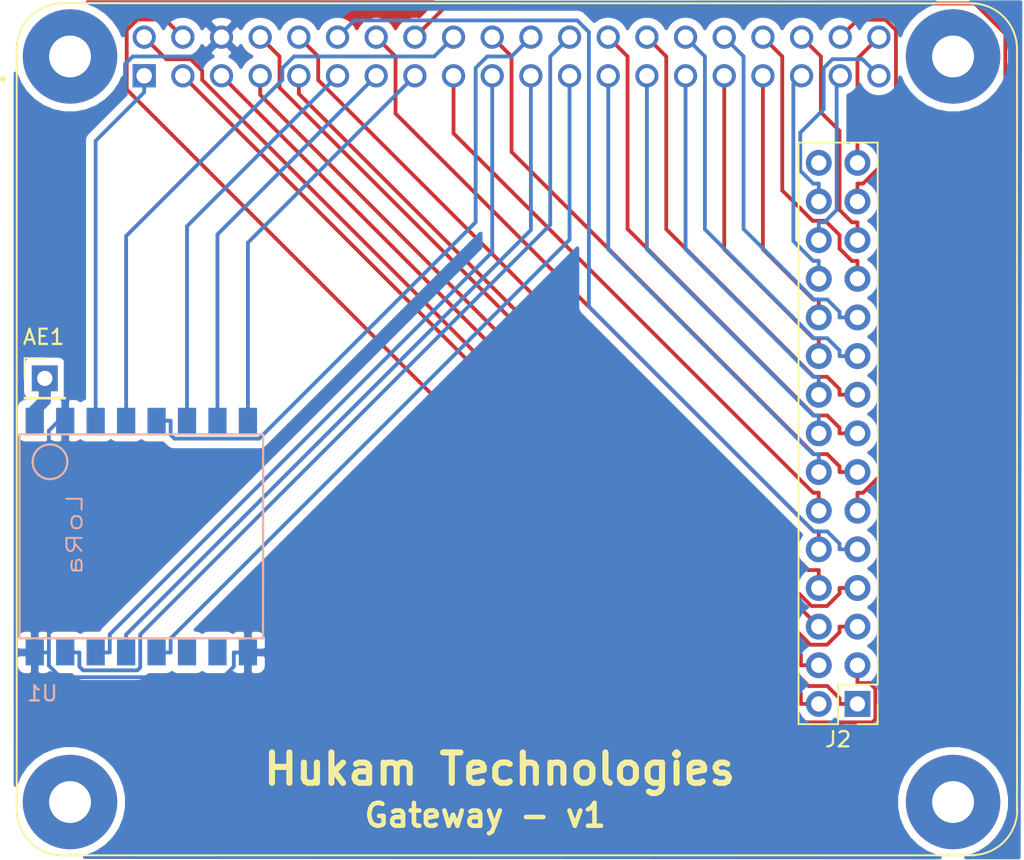
<source format=kicad_pcb>
(kicad_pcb (version 20171130) (host pcbnew 5.1.7-a382d34a8~88~ubuntu18.04.1)

  (general
    (thickness 1.6)
    (drawings 6)
    (tracks 235)
    (zones 0)
    (modules 4)
    (nets 45)
  )

  (page A4)
  (layers
    (0 F.Cu signal)
    (31 B.Cu signal)
    (32 B.Adhes user)
    (33 F.Adhes user)
    (34 B.Paste user)
    (35 F.Paste user)
    (36 B.SilkS user)
    (37 F.SilkS user)
    (38 B.Mask user)
    (39 F.Mask user)
    (40 Dwgs.User user)
    (41 Cmts.User user)
    (42 Eco1.User user)
    (43 Eco2.User user)
    (44 Edge.Cuts user)
    (45 Margin user)
    (46 B.CrtYd user)
    (47 F.CrtYd user)
    (48 B.Fab user)
    (49 F.Fab user)
  )

  (setup
    (last_trace_width 0.25)
    (trace_clearance 0.2)
    (zone_clearance 0.508)
    (zone_45_only no)
    (trace_min 0.2)
    (via_size 0.8)
    (via_drill 0.4)
    (via_min_size 0.4)
    (via_min_drill 0.3)
    (uvia_size 0.3)
    (uvia_drill 0.1)
    (uvias_allowed no)
    (uvia_min_size 0.2)
    (uvia_min_drill 0.1)
    (edge_width 0.05)
    (segment_width 0.2)
    (pcb_text_width 0.3)
    (pcb_text_size 1.5 1.5)
    (mod_edge_width 0.12)
    (mod_text_size 1 1)
    (mod_text_width 0.15)
    (pad_size 1.524 1.524)
    (pad_drill 0.762)
    (pad_to_mask_clearance 0)
    (aux_axis_origin 0 0)
    (visible_elements FFFFFF7F)
    (pcbplotparams
      (layerselection 0x3f1f0_ffffffff)
      (usegerberextensions false)
      (usegerberattributes false)
      (usegerberadvancedattributes true)
      (creategerberjobfile true)
      (excludeedgelayer true)
      (linewidth 0.100000)
      (plotframeref false)
      (viasonmask false)
      (mode 1)
      (useauxorigin false)
      (hpglpennumber 1)
      (hpglpenspeed 20)
      (hpglpendiameter 15.000000)
      (psnegative false)
      (psa4output false)
      (plotreference true)
      (plotvalue true)
      (plotinvisibletext false)
      (padsonsilk false)
      (subtractmaskfromsilk false)
      (outputformat 1)
      (mirror false)
      (drillshape 0)
      (scaleselection 1)
      (outputdirectory "GateWay-v1_Gerber/"))
  )

  (net 0 "")
  (net 1 "Net-(U1-Pad10)")
  (net 2 "Net-(U1-Pad11)")
  (net 3 /3.3v)
  (net 4 /DIO1)
  (net 5 /DIO2)
  (net 6 /DIO3)
  (net 7 /MOSI)
  (net 8 /MISO)
  (net 9 /SCK)
  (net 10 /Reset)
  (net 11 /DIO0)
  (net 12 /NSS)
  (net 13 /Pin_39)
  (net 14 /Pin_38)
  (net 15 /Pin_37)
  (net 16 /Pin_36)
  (net 17 /Pin_35)
  (net 18 /Pin_34)
  (net 19 /Pin_33)
  (net 20 /Pin_32)
  (net 21 /Pin_31)
  (net 22 /Pin_30)
  (net 23 /Pin_29)
  (net 24 /Pin_28)
  (net 25 /Pin_27)
  (net 26 /Pin_26)
  (net 27 /Pin_25)
  (net 28 /Pin_17)
  (net 29 /Pin_14)
  (net 30 /Pin_12)
  (net 31 /Pin_9)
  (net 32 /Pin_8)
  (net 33 /Pin_7)
  (net 34 /Pin_5)
  (net 35 /Pin_4)
  (net 36 /Pin_3)
  (net 37 /Pin_2)
  (net 38 /Pin_10)
  (net 39 /Pin_16)
  (net 40 /Pin_20)
  (net 41 /Pin_40)
  (net 42 "Net-(J2-Pad30)")
  (net 43 "Net-(AE1-Pad1)")
  (net 44 /Gnd)

  (net_class Default "This is the default net class."
    (clearance 0.2)
    (trace_width 0.25)
    (via_dia 0.8)
    (via_drill 0.4)
    (uvia_dia 0.3)
    (uvia_drill 0.1)
    (add_net /3.3v)
    (add_net /DIO0)
    (add_net /DIO1)
    (add_net /DIO2)
    (add_net /DIO3)
    (add_net /Gnd)
    (add_net /MISO)
    (add_net /MOSI)
    (add_net /NSS)
    (add_net /Pin_10)
    (add_net /Pin_12)
    (add_net /Pin_14)
    (add_net /Pin_16)
    (add_net /Pin_17)
    (add_net /Pin_2)
    (add_net /Pin_20)
    (add_net /Pin_25)
    (add_net /Pin_26)
    (add_net /Pin_27)
    (add_net /Pin_28)
    (add_net /Pin_29)
    (add_net /Pin_3)
    (add_net /Pin_30)
    (add_net /Pin_31)
    (add_net /Pin_32)
    (add_net /Pin_33)
    (add_net /Pin_34)
    (add_net /Pin_35)
    (add_net /Pin_36)
    (add_net /Pin_37)
    (add_net /Pin_38)
    (add_net /Pin_39)
    (add_net /Pin_4)
    (add_net /Pin_40)
    (add_net /Pin_5)
    (add_net /Pin_7)
    (add_net /Pin_8)
    (add_net /Pin_9)
    (add_net /Reset)
    (add_net /SCK)
    (add_net "Net-(J2-Pad30)")
    (add_net "Net-(U1-Pad10)")
    (add_net "Net-(U1-Pad11)")
  )

  (net_class Anntena ""
    (clearance 0.2)
    (trace_width 0.8)
    (via_dia 0.8)
    (via_drill 0.4)
    (uvia_dia 0.3)
    (uvia_drill 0.1)
    (add_net "Net-(AE1-Pad1)")
  )

  (module Custom_Libraries:MODULE_RASPBERRY_PI_3_MODEL_B+ (layer F.Cu) (tedit 60A76778) (tstamp 60A71877)
    (at 133.927 77.5437)
    (path /60A7063D)
    (fp_text reference J1 (at -37.325 -29.635) (layer F.SilkS) hide
      (effects (font (size 1 1) (thickness 0.015)))
    )
    (fp_text value Raspberry_Pi_2_3 (at -18.276201 48.133279) (layer F.SilkS) hide
      (effects (font (size 1 1) (thickness 0.015)))
    )
    (fp_line (start 23.21 25.21) (end 23.21 -24.79) (layer F.Fab) (width 0.127))
    (fp_line (start -39.5 28) (end 20.41 28) (layer F.Fab) (width 0.127))
    (fp_line (start -42.5 -25) (end -42.5 25) (layer F.Fab) (width 0.127))
    (fp_circle (center -43.4 -23) (end -43.3 -23) (layer F.Fab) (width 0.2))
    (fp_circle (center -43.4 -23) (end -43.3 -23) (layer F.SilkS) (width 0.2))
    (fp_line (start 20.24 -27.99) (end -39.5 -28) (layer F.SilkS) (width 0.127))
    (fp_line (start 23.2 25.08) (end 23.2 -24.92) (layer F.SilkS) (width 0.127))
    (fp_line (start -39.5 28) (end 20.38 28) (layer F.SilkS) (width 0.127))
    (fp_line (start -42.5 -25) (end -42.5 25) (layer F.SilkS) (width 0.127))
    (fp_arc (start -39.5 -25) (end -42.5 -25) (angle 90) (layer F.Fab) (width 0.127))
    (fp_arc (start 20.2 -24.99) (end 20.2 -27.99) (angle 90) (layer F.Fab) (width 0.127))
    (fp_arc (start 20.22 25) (end 23.22 25) (angle 90) (layer F.Fab) (width 0.127))
    (fp_arc (start -39.5 25) (end -39.5 28) (angle 90) (layer F.Fab) (width 0.127))
    (fp_arc (start -39.5 -25) (end -42.5 -25) (angle 90) (layer F.SilkS) (width 0.127))
    (fp_arc (start 20.2 -24.99) (end 20.2 -27.99) (angle 90) (layer F.SilkS) (width 0.127))
    (fp_arc (start 20.22 24.99) (end 23.22 24.99) (angle 90) (layer F.SilkS) (width 0.127))
    (fp_arc (start -39.5 25) (end -39.5 28) (angle 90) (layer F.SilkS) (width 0.127))
    (pad 40 thru_hole circle (at 14.13 -25.77) (size 1.524 1.524) (drill 1.016) (layers *.Cu *.Mask)
      (net 41 /Pin_40))
    (pad 38 thru_hole circle (at 11.59 -25.77) (size 1.524 1.524) (drill 1.016) (layers *.Cu *.Mask)
      (net 14 /Pin_38))
    (pad 36 thru_hole circle (at 9.05 -25.77) (size 1.524 1.524) (drill 1.016) (layers *.Cu *.Mask)
      (net 16 /Pin_36))
    (pad 34 thru_hole circle (at 6.51 -25.77) (size 1.524 1.524) (drill 1.016) (layers *.Cu *.Mask)
      (net 18 /Pin_34))
    (pad 32 thru_hole circle (at 3.97 -25.77) (size 1.524 1.524) (drill 1.016) (layers *.Cu *.Mask)
      (net 20 /Pin_32))
    (pad 30 thru_hole circle (at 1.43 -25.77) (size 1.524 1.524) (drill 1.016) (layers *.Cu *.Mask)
      (net 22 /Pin_30))
    (pad 39 thru_hole circle (at 14.13 -23.23) (size 1.524 1.524) (drill 1.016) (layers *.Cu *.Mask)
      (net 13 /Pin_39))
    (pad 37 thru_hole circle (at 11.59 -23.23) (size 1.524 1.524) (drill 1.016) (layers *.Cu *.Mask)
      (net 15 /Pin_37))
    (pad 35 thru_hole circle (at 9.05 -23.23) (size 1.524 1.524) (drill 1.016) (layers *.Cu *.Mask)
      (net 17 /Pin_35))
    (pad 33 thru_hole circle (at 6.51 -23.23) (size 1.524 1.524) (drill 1.016) (layers *.Cu *.Mask)
      (net 19 /Pin_33))
    (pad 31 thru_hole circle (at 3.97 -23.23) (size 1.524 1.524) (drill 1.016) (layers *.Cu *.Mask)
      (net 21 /Pin_31))
    (pad 29 thru_hole circle (at 1.43 -23.23) (size 1.524 1.524) (drill 1.016) (layers *.Cu *.Mask)
      (net 23 /Pin_29))
    (pad 28 thru_hole circle (at -1.11 -25.77) (size 1.524 1.524) (drill 1.016) (layers *.Cu *.Mask)
      (net 24 /Pin_28))
    (pad 27 thru_hole circle (at -1.11 -23.23) (size 1.524 1.524) (drill 1.016) (layers *.Cu *.Mask)
      (net 25 /Pin_27))
    (pad 26 thru_hole circle (at -3.65 -25.77) (size 1.524 1.524) (drill 1.016) (layers *.Cu *.Mask)
      (net 26 /Pin_26))
    (pad 24 thru_hole circle (at -6.19 -25.77) (size 1.524 1.524) (drill 1.016) (layers *.Cu *.Mask)
      (net 12 /NSS))
    (pad 22 thru_hole circle (at -8.73 -25.77) (size 1.524 1.524) (drill 1.016) (layers *.Cu *.Mask)
      (net 11 /DIO0))
    (pad 20 thru_hole circle (at -11.27 -25.77) (size 1.524 1.524) (drill 1.016) (layers *.Cu *.Mask)
      (net 40 /Pin_20))
    (pad 18 thru_hole circle (at -13.81 -25.77) (size 1.524 1.524) (drill 1.016) (layers *.Cu *.Mask)
      (net 10 /Reset))
    (pad 16 thru_hole circle (at -16.35 -25.77) (size 1.524 1.524) (drill 1.016) (layers *.Cu *.Mask)
      (net 39 /Pin_16))
    (pad 25 thru_hole circle (at -3.65 -23.23) (size 1.524 1.524) (drill 1.016) (layers *.Cu *.Mask)
      (net 27 /Pin_25))
    (pad 23 thru_hole circle (at -6.19 -23.23) (size 1.524 1.524) (drill 1.016) (layers *.Cu *.Mask)
      (net 9 /SCK))
    (pad 21 thru_hole circle (at -8.73 -23.23) (size 1.524 1.524) (drill 1.016) (layers *.Cu *.Mask)
      (net 8 /MISO))
    (pad 19 thru_hole circle (at -11.27 -23.23) (size 1.524 1.524) (drill 1.016) (layers *.Cu *.Mask)
      (net 7 /MOSI))
    (pad 17 thru_hole circle (at -13.81 -23.23) (size 1.524 1.524) (drill 1.016) (layers *.Cu *.Mask)
      (net 28 /Pin_17))
    (pad 15 thru_hole circle (at -16.35 -23.23) (size 1.524 1.524) (drill 1.016) (layers *.Cu *.Mask)
      (net 6 /DIO3))
    (pad 14 thru_hole circle (at -18.89 -25.77) (size 1.524 1.524) (drill 1.016) (layers *.Cu *.Mask)
      (net 29 /Pin_14))
    (pad 13 thru_hole circle (at -18.89 -23.23) (size 1.524 1.524) (drill 1.016) (layers *.Cu *.Mask)
      (net 5 /DIO2))
    (pad 12 thru_hole circle (at -21.43 -25.77) (size 1.524 1.524) (drill 1.016) (layers *.Cu *.Mask)
      (net 30 /Pin_12))
    (pad 10 thru_hole circle (at -23.97 -25.77) (size 1.524 1.524) (drill 1.016) (layers *.Cu *.Mask)
      (net 38 /Pin_10))
    (pad 8 thru_hole circle (at -26.51 -25.77) (size 1.524 1.524) (drill 1.016) (layers *.Cu *.Mask)
      (net 32 /Pin_8))
    (pad 6 thru_hole circle (at -29.05 -25.77) (size 1.524 1.524) (drill 1.016) (layers *.Cu *.Mask)
      (net 44 /Gnd))
    (pad 4 thru_hole circle (at -31.59 -25.77) (size 1.524 1.524) (drill 1.016) (layers *.Cu *.Mask)
      (net 35 /Pin_4))
    (pad 2 thru_hole circle (at -34.13 -25.77) (size 1.524 1.524) (drill 1.016) (layers *.Cu *.Mask)
      (net 37 /Pin_2))
    (pad 11 thru_hole circle (at -21.43 -23.23) (size 1.524 1.524) (drill 1.016) (layers *.Cu *.Mask)
      (net 4 /DIO1))
    (pad 9 thru_hole circle (at -23.97 -23.23) (size 1.524 1.524) (drill 1.016) (layers *.Cu *.Mask)
      (net 31 /Pin_9))
    (pad 7 thru_hole circle (at -26.51 -23.23) (size 1.524 1.524) (drill 1.016) (layers *.Cu *.Mask)
      (net 33 /Pin_7))
    (pad 5 thru_hole circle (at -29.05 -23.23) (size 1.524 1.524) (drill 1.016) (layers *.Cu *.Mask)
      (net 34 /Pin_5))
    (pad 3 thru_hole circle (at -31.59 -23.23) (size 1.524 1.524) (drill 1.016) (layers *.Cu *.Mask)
      (net 36 /Pin_3))
    (pad 1 thru_hole rect (at -34.13 -23.23) (size 1.524 1.524) (drill 1.016) (layers *.Cu *.Mask)
      (net 3 /3.3v))
    (pad S1 thru_hole circle (at -39 -24.5) (size 6.2 6.2) (drill 2.75) (layers *.Cu *.Mask))
    (pad S2 thru_hole circle (at 19 -24.5) (size 6.2 6.2) (drill 2.75) (layers *.Cu *.Mask))
    (pad S3 thru_hole circle (at 19 24.5) (size 6.2 6.2) (drill 2.75) (layers *.Cu *.Mask))
    (pad S4 thru_hole circle (at -39 24.5) (size 6.2 6.2) (drill 2.75) (layers *.Cu *.Mask))
  )

  (module Pin_Headers:PinHeader_1x01_P2.54mm_Vertical (layer F.Cu) (tedit 59FED5CC) (tstamp 60A787FC)
    (at 93.2688 74.201)
    (descr "Through hole straight pin header, 1x01, 2.54mm pitch, single row")
    (tags "Through hole pin header THT 1x01 2.54mm single row")
    (path /60B1F8F0)
    (fp_text reference AE1 (at -0.0762 -2.72034) (layer F.SilkS)
      (effects (font (size 1 1) (thickness 0.15)))
    )
    (fp_text value Antenna (at 0 2.33) (layer F.SilkS) hide
      (effects (font (size 1 1) (thickness 0.15)))
    )
    (fp_line (start 1.8 -1.8) (end -1.8 -1.8) (layer F.CrtYd) (width 0.05))
    (fp_line (start 1.8 1.8) (end 1.8 -1.8) (layer F.CrtYd) (width 0.05))
    (fp_line (start -1.8 1.8) (end 1.8 1.8) (layer F.CrtYd) (width 0.05))
    (fp_line (start -1.8 -1.8) (end -1.8 1.8) (layer F.CrtYd) (width 0.05))
    (fp_line (start -1.33 -1.33) (end 0 -1.33) (layer F.SilkS) (width 0.12))
    (fp_line (start -1.33 0) (end -1.33 -1.33) (layer F.SilkS) (width 0.12))
    (fp_line (start -1.33 1.27) (end 1.33 1.27) (layer F.SilkS) (width 0.12))
    (fp_line (start 1.33 1.27) (end 1.33 1.33) (layer F.SilkS) (width 0.12))
    (fp_line (start -1.33 1.27) (end -1.33 1.33) (layer F.SilkS) (width 0.12))
    (fp_line (start -1.33 1.33) (end 1.33 1.33) (layer F.SilkS) (width 0.12))
    (fp_line (start -1.27 -0.635) (end -0.635 -1.27) (layer F.Fab) (width 0.1))
    (fp_line (start -1.27 1.27) (end -1.27 -0.635) (layer F.Fab) (width 0.1))
    (fp_line (start 1.27 1.27) (end -1.27 1.27) (layer F.Fab) (width 0.1))
    (fp_line (start 1.27 -1.27) (end 1.27 1.27) (layer F.Fab) (width 0.1))
    (fp_line (start -0.635 -1.27) (end 1.27 -1.27) (layer F.Fab) (width 0.1))
    (fp_text user %R (at 0 0 90) (layer F.SilkS) hide
      (effects (font (size 1 1) (thickness 0.15)))
    )
    (pad 1 thru_hole rect (at 0 0) (size 1.7 1.7) (drill 1) (layers *.Cu *.Mask)
      (net 43 "Net-(AE1-Pad1)"))
    (model ${KISYS3DMOD}/Connector_PinHeader_2.54mm.3dshapes/PinHeader_1x01_P2.54mm_Vertical.wrl
      (at (xyz 0 0 0))
      (scale (xyz 1 1 1))
      (rotate (xyz 0 0 0))
    )
  )

  (module Pin_Headers:PinHeader_2x15_P2.54mm_Vertical (layer F.Cu) (tedit 59FED5CC) (tstamp 60A77F37)
    (at 146.647 95.5954 180)
    (descr "Through hole straight pin header, 2x15, 2.54mm pitch, double rows")
    (tags "Through hole pin header THT 2x15 2.54mm double row")
    (path /60B05EAE)
    (fp_text reference J2 (at 1.27 -2.33) (layer F.SilkS)
      (effects (font (size 1 1) (thickness 0.15)))
    )
    (fp_text value Conn_usable_pins (at 1.27 37.89) (layer F.SilkS) hide
      (effects (font (size 1 1) (thickness 0.15)))
    )
    (fp_line (start 0 -1.27) (end 3.81 -1.27) (layer F.Fab) (width 0.1))
    (fp_line (start 3.81 -1.27) (end 3.81 36.83) (layer F.Fab) (width 0.1))
    (fp_line (start 3.81 36.83) (end -1.27 36.83) (layer F.Fab) (width 0.1))
    (fp_line (start -1.27 36.83) (end -1.27 0) (layer F.Fab) (width 0.1))
    (fp_line (start -1.27 0) (end 0 -1.27) (layer F.Fab) (width 0.1))
    (fp_line (start -1.33 36.89) (end 3.87 36.89) (layer F.SilkS) (width 0.12))
    (fp_line (start -1.33 1.27) (end -1.33 36.89) (layer F.SilkS) (width 0.12))
    (fp_line (start 3.87 -1.33) (end 3.87 36.89) (layer F.SilkS) (width 0.12))
    (fp_line (start -1.33 1.27) (end 1.27 1.27) (layer F.SilkS) (width 0.12))
    (fp_line (start 1.27 1.27) (end 1.27 -1.33) (layer F.SilkS) (width 0.12))
    (fp_line (start 1.27 -1.33) (end 3.87 -1.33) (layer F.SilkS) (width 0.12))
    (fp_line (start -1.33 0) (end -1.33 -1.33) (layer F.SilkS) (width 0.12))
    (fp_line (start -1.33 -1.33) (end 0 -1.33) (layer F.SilkS) (width 0.12))
    (fp_line (start -1.8 -1.8) (end -1.8 37.35) (layer F.CrtYd) (width 0.05))
    (fp_line (start -1.8 37.35) (end 4.35 37.35) (layer F.CrtYd) (width 0.05))
    (fp_line (start 4.35 37.35) (end 4.35 -1.8) (layer F.CrtYd) (width 0.05))
    (fp_line (start 4.35 -1.8) (end -1.8 -1.8) (layer F.CrtYd) (width 0.05))
    (fp_text user %R (at 1.27 17.78 90) (layer F.SilkS) hide
      (effects (font (size 1 1) (thickness 0.15)))
    )
    (pad 30 thru_hole oval (at 2.54 35.56 180) (size 1.7 1.7) (drill 1) (layers *.Cu *.Mask)
      (net 42 "Net-(J2-Pad30)"))
    (pad 29 thru_hole oval (at 0 35.56 180) (size 1.7 1.7) (drill 1) (layers *.Cu *.Mask)
      (net 41 /Pin_40))
    (pad 28 thru_hole oval (at 2.54 33.02 180) (size 1.7 1.7) (drill 1) (layers *.Cu *.Mask)
      (net 13 /Pin_39))
    (pad 27 thru_hole oval (at 0 33.02 180) (size 1.7 1.7) (drill 1) (layers *.Cu *.Mask)
      (net 14 /Pin_38))
    (pad 26 thru_hole oval (at 2.54 30.48 180) (size 1.7 1.7) (drill 1) (layers *.Cu *.Mask)
      (net 15 /Pin_37))
    (pad 25 thru_hole oval (at 0 30.48 180) (size 1.7 1.7) (drill 1) (layers *.Cu *.Mask)
      (net 16 /Pin_36))
    (pad 24 thru_hole oval (at 2.54 27.94 180) (size 1.7 1.7) (drill 1) (layers *.Cu *.Mask)
      (net 17 /Pin_35))
    (pad 23 thru_hole oval (at 0 27.94 180) (size 1.7 1.7) (drill 1) (layers *.Cu *.Mask)
      (net 18 /Pin_34))
    (pad 22 thru_hole oval (at 2.54 25.4 180) (size 1.7 1.7) (drill 1) (layers *.Cu *.Mask)
      (net 19 /Pin_33))
    (pad 21 thru_hole oval (at 0 25.4 180) (size 1.7 1.7) (drill 1) (layers *.Cu *.Mask)
      (net 20 /Pin_32))
    (pad 20 thru_hole oval (at 2.54 22.86 180) (size 1.7 1.7) (drill 1) (layers *.Cu *.Mask)
      (net 21 /Pin_31))
    (pad 19 thru_hole oval (at 0 22.86 180) (size 1.7 1.7) (drill 1) (layers *.Cu *.Mask)
      (net 22 /Pin_30))
    (pad 18 thru_hole oval (at 2.54 20.32 180) (size 1.7 1.7) (drill 1) (layers *.Cu *.Mask)
      (net 23 /Pin_29))
    (pad 17 thru_hole oval (at 0 20.32 180) (size 1.7 1.7) (drill 1) (layers *.Cu *.Mask)
      (net 24 /Pin_28))
    (pad 16 thru_hole oval (at 2.54 17.78 180) (size 1.7 1.7) (drill 1) (layers *.Cu *.Mask)
      (net 25 /Pin_27))
    (pad 15 thru_hole oval (at 0 17.78 180) (size 1.7 1.7) (drill 1) (layers *.Cu *.Mask)
      (net 26 /Pin_26))
    (pad 14 thru_hole oval (at 2.54 15.24 180) (size 1.7 1.7) (drill 1) (layers *.Cu *.Mask)
      (net 27 /Pin_25))
    (pad 13 thru_hole oval (at 0 15.24 180) (size 1.7 1.7) (drill 1) (layers *.Cu *.Mask)
      (net 40 /Pin_20))
    (pad 12 thru_hole oval (at 2.54 12.7 180) (size 1.7 1.7) (drill 1) (layers *.Cu *.Mask)
      (net 28 /Pin_17))
    (pad 11 thru_hole oval (at 0 12.7 180) (size 1.7 1.7) (drill 1) (layers *.Cu *.Mask)
      (net 39 /Pin_16))
    (pad 10 thru_hole oval (at 2.54 10.16 180) (size 1.7 1.7) (drill 1) (layers *.Cu *.Mask)
      (net 29 /Pin_14))
    (pad 9 thru_hole oval (at 0 10.16 180) (size 1.7 1.7) (drill 1) (layers *.Cu *.Mask)
      (net 30 /Pin_12))
    (pad 8 thru_hole oval (at 2.54 7.62 180) (size 1.7 1.7) (drill 1) (layers *.Cu *.Mask)
      (net 38 /Pin_10))
    (pad 7 thru_hole oval (at 0 7.62 180) (size 1.7 1.7) (drill 1) (layers *.Cu *.Mask)
      (net 31 /Pin_9))
    (pad 6 thru_hole oval (at 2.54 5.08 180) (size 1.7 1.7) (drill 1) (layers *.Cu *.Mask)
      (net 32 /Pin_8))
    (pad 5 thru_hole oval (at 0 5.08 180) (size 1.7 1.7) (drill 1) (layers *.Cu *.Mask)
      (net 33 /Pin_7))
    (pad 4 thru_hole oval (at 2.54 2.54 180) (size 1.7 1.7) (drill 1) (layers *.Cu *.Mask)
      (net 34 /Pin_5))
    (pad 3 thru_hole oval (at 0 2.54 180) (size 1.7 1.7) (drill 1) (layers *.Cu *.Mask)
      (net 35 /Pin_4))
    (pad 2 thru_hole oval (at 2.54 0 180) (size 1.7 1.7) (drill 1) (layers *.Cu *.Mask)
      (net 36 /Pin_3))
    (pad 1 thru_hole rect (at 0 0 180) (size 1.7 1.7) (drill 1) (layers *.Cu *.Mask)
      (net 37 /Pin_2))
    (model ${KISYS3DMOD}/Connector_PinHeader_2.54mm.3dshapes/PinHeader_2x15_P2.54mm_Vertical.wrl
      (at (xyz 0 0 0))
      (scale (xyz 1 1 1))
      (rotate (xyz 0 0 0))
    )
  )

  (module Custom_Libraries:LoRa (layer B.Cu) (tedit 5F3BBB99) (tstamp 60A71890)
    (at 99.6112 80.4824 270)
    (path /60A728A5)
    (attr smd)
    (fp_text reference U1 (at 14.4272 6.49986) (layer B.SilkS)
      (effects (font (size 1 1) (thickness 0.15)) (justify mirror))
    )
    (fp_text value LoRa (at 3.99 4.38 90) (layer B.SilkS)
      (effects (font (size 1 1.5) (thickness 0.125)) (justify mirror))
    )
    (fp_line (start 10.8 -7.99) (end -2.6 -8) (layer B.SilkS) (width 0.15))
    (fp_line (start 10.8 8) (end 10.8 -7.99) (layer B.SilkS) (width 0.15))
    (fp_line (start -2.6 8) (end 10.8 8) (layer B.SilkS) (width 0.15))
    (fp_line (start -2.6 -8) (end -2.6 8) (layer B.SilkS) (width 0.15))
    (fp_circle (center -0.8 6) (end 0.1 5.3) (layer B.SilkS) (width 0.15))
    (pad 1 smd rect (at -3.5 7 270) (size 1.7 1.2) (layers B.Cu B.Adhes B.Paste B.Mask)
      (net 43 "Net-(AE1-Pad1)"))
    (pad 2 smd rect (at -3.5 5 270) (size 1.7 1.2) (layers B.Cu B.Adhes B.Paste B.Mask)
      (net 44 /Gnd))
    (pad 3 smd rect (at -3.5 3 270) (size 1.7 1.2) (layers B.Cu B.Adhes B.Paste B.Mask)
      (net 3 /3.3v))
    (pad 4 smd rect (at -3.5 1 270) (size 1.7 1.2) (layers B.Cu B.Adhes B.Paste B.Mask)
      (net 10 /Reset))
    (pad 5 smd rect (at -3.5 -1 270) (size 1.7 1.2) (layers B.Cu B.Adhes B.Paste B.Mask)
      (net 11 /DIO0))
    (pad 6 smd rect (at -3.5 -3 270) (size 1.7 1.2) (layers B.Cu B.Adhes B.Paste B.Mask)
      (net 4 /DIO1))
    (pad 7 smd rect (at -3.5 -5 270) (size 1.7 1.2) (layers B.Cu B.Adhes B.Paste B.Mask)
      (net 5 /DIO2))
    (pad 8 smd rect (at -3.5 -7 270) (size 1.7 1.2) (layers B.Cu B.Adhes B.Paste B.Mask)
      (net 6 /DIO3))
    (pad 9 smd rect (at 11.73 -7 270) (size 1.7 1.2) (layers B.Cu B.Adhes B.Paste B.Mask)
      (net 44 /Gnd))
    (pad 10 smd rect (at 11.73 -5 270) (size 1.7 1.2) (layers B.Cu B.Adhes B.Paste B.Mask)
      (net 1 "Net-(U1-Pad10)"))
    (pad 11 smd rect (at 11.73 -3 270) (size 1.7 1.2) (layers B.Cu B.Adhes B.Paste B.Mask)
      (net 2 "Net-(U1-Pad11)"))
    (pad 12 smd rect (at 11.73 -1 270) (size 1.7 1.2) (layers B.Cu B.Adhes B.Paste B.Mask)
      (net 9 /SCK))
    (pad 13 smd rect (at 11.73 1 270) (size 1.7 1.2) (layers B.Cu B.Adhes B.Paste B.Mask)
      (net 8 /MISO))
    (pad 14 smd rect (at 11.73 3 270) (size 1.7 1.2) (layers B.Cu B.Adhes B.Paste B.Mask)
      (net 7 /MOSI))
    (pad 15 smd rect (at 11.73 5 270) (size 1.7 1.2) (layers B.Cu B.Adhes B.Paste B.Mask)
      (net 12 /NSS))
    (pad 16 smd rect (at 11.73 7 270) (size 1.7 1.2) (layers B.Cu B.Adhes B.Paste B.Mask)
      (net 44 /Gnd))
  )

  (gr_line (start 157.44698 49.41316) (end 91.25204 49.40808) (layer Margin) (width 0.15))
  (gr_line (start 157.32506 105.68178) (end 157.44698 49.41316) (layer Margin) (width 0.15))
  (gr_line (start 91.2622 105.69956) (end 157.31744 105.69702) (layer Margin) (width 0.15))
  (gr_line (start 91.25204 49.40808) (end 91.2622 105.69956) (layer Margin) (width 0.15))
  (gr_text "Hukam Technologies" (at 123.14428 99.87788) (layer F.SilkS) (tstamp 60A791B8)
    (effects (font (size 2 2) (thickness 0.4)))
  )
  (gr_text " Gateway - v1" (at 121.62282 102.9208) (layer F.SilkS)
    (effects (font (size 1.5 1.5) (thickness 0.3)))
  )

  (segment (start 99.797 54.3137) (end 99.797 55.401) (width 0.25) (layer B.Cu) (net 3))
  (segment (start 96.6112 76.9824) (end 96.6112 58.5868) (width 0.25) (layer B.Cu) (net 3))
  (segment (start 96.6112 58.5868) (end 99.797 55.401) (width 0.25) (layer B.Cu) (net 3))
  (segment (start 102.6112 76.9824) (end 102.6112 64.1995) (width 0.25) (layer B.Cu) (net 4))
  (segment (start 102.6112 64.1995) (end 112.497 54.3137) (width 0.25) (layer B.Cu) (net 4))
  (segment (start 104.6112 76.9824) (end 104.6112 64.7395) (width 0.25) (layer B.Cu) (net 5))
  (segment (start 104.6112 64.7395) (end 115.037 54.3137) (width 0.25) (layer B.Cu) (net 5))
  (segment (start 106.6112 76.9824) (end 106.6112 65.2795) (width 0.25) (layer B.Cu) (net 6))
  (segment (start 106.6112 65.2795) (end 117.577 54.3137) (width 0.25) (layer B.Cu) (net 6))
  (segment (start 122.657 54.3137) (end 122.657 65.9031) (width 0.25) (layer B.Cu) (net 7))
  (segment (start 122.657 65.9031) (end 97.5365 91.0236) (width 0.25) (layer B.Cu) (net 7))
  (segment (start 97.5365 91.0236) (end 97.5365 92.2124) (width 0.25) (layer B.Cu) (net 7))
  (segment (start 96.6112 92.2124) (end 97.5365 92.2124) (width 0.25) (layer B.Cu) (net 7))
  (segment (start 98.6112 92.2124) (end 98.6112 91.0371) (width 0.25) (layer B.Cu) (net 8))
  (segment (start 98.6112 91.0371) (end 125.197 64.4513) (width 0.25) (layer B.Cu) (net 8))
  (segment (start 125.197 64.4513) (end 125.197 54.3137) (width 0.25) (layer B.Cu) (net 8))
  (segment (start 100.6112 92.2124) (end 101.5365 92.2124) (width 0.25) (layer B.Cu) (net 9))
  (segment (start 101.5365 92.2124) (end 101.5365 91.2871) (width 0.25) (layer B.Cu) (net 9))
  (segment (start 101.5365 91.2871) (end 127.737 65.0866) (width 0.25) (layer B.Cu) (net 9))
  (segment (start 127.737 65.0866) (end 127.737 54.3137) (width 0.25) (layer B.Cu) (net 9))
  (segment (start 98.6112 76.9824) (end 98.6112 64.8437) (width 0.25) (layer B.Cu) (net 10))
  (segment (start 98.6112 64.8437) (end 108.8696 54.5853) (width 0.25) (layer B.Cu) (net 10))
  (segment (start 108.8696 54.5853) (end 108.8696 53.8144) (width 0.25) (layer B.Cu) (net 10))
  (segment (start 108.8696 53.8144) (end 109.6403 53.0437) (width 0.25) (layer B.Cu) (net 10))
  (segment (start 109.6403 53.0437) (end 118.847 53.0437) (width 0.25) (layer B.Cu) (net 10))
  (segment (start 118.847 53.0437) (end 120.117 51.7737) (width 0.25) (layer B.Cu) (net 10))
  (segment (start 100.6112 76.9824) (end 101.5365 76.9824) (width 0.25) (layer B.Cu) (net 11))
  (segment (start 101.5365 76.9824) (end 101.5365 77.9077) (width 0.25) (layer B.Cu) (net 11))
  (segment (start 101.5365 77.9077) (end 101.7866 78.1578) (width 0.25) (layer B.Cu) (net 11))
  (segment (start 101.7866 78.1578) (end 107.3481 78.1578) (width 0.25) (layer B.Cu) (net 11))
  (segment (start 107.3481 78.1578) (end 121.5696 63.9363) (width 0.25) (layer B.Cu) (net 11))
  (segment (start 121.5696 63.9363) (end 121.5696 53.7988) (width 0.25) (layer B.Cu) (net 11))
  (segment (start 121.5696 53.7988) (end 122.3247 53.0437) (width 0.25) (layer B.Cu) (net 11))
  (segment (start 122.3247 53.0437) (end 123.927 53.0437) (width 0.25) (layer B.Cu) (net 11))
  (segment (start 123.927 53.0437) (end 125.197 51.7737) (width 0.25) (layer B.Cu) (net 11))
  (segment (start 94.6112 92.2124) (end 95.5365 92.2124) (width 0.25) (layer B.Cu) (net 12))
  (segment (start 95.5365 92.2124) (end 95.5365 93.1377) (width 0.25) (layer B.Cu) (net 12))
  (segment (start 95.5365 93.1377) (end 95.7865 93.3877) (width 0.25) (layer B.Cu) (net 12))
  (segment (start 95.7865 93.3877) (end 99.346 93.3877) (width 0.25) (layer B.Cu) (net 12))
  (segment (start 99.346 93.3877) (end 99.5366 93.1971) (width 0.25) (layer B.Cu) (net 12))
  (segment (start 99.5366 93.1971) (end 99.5366 91.037) (width 0.25) (layer B.Cu) (net 12))
  (segment (start 99.5366 91.037) (end 126.4672 64.1064) (width 0.25) (layer B.Cu) (net 12))
  (segment (start 126.4672 64.1064) (end 126.4672 53.0435) (width 0.25) (layer B.Cu) (net 12))
  (segment (start 126.4672 53.0435) (end 127.737 51.7737) (width 0.25) (layer B.Cu) (net 12))
  (segment (start 144.107 62.5754) (end 144.107 61.4001) (width 0.25) (layer B.Cu) (net 13))
  (segment (start 144.107 61.4001) (end 143.7397 61.4001) (width 0.25) (layer B.Cu) (net 13))
  (segment (start 143.7397 61.4001) (end 142.8877 60.5481) (width 0.25) (layer B.Cu) (net 13))
  (segment (start 142.8877 60.5481) (end 142.8877 58.0548) (width 0.25) (layer B.Cu) (net 13))
  (segment (start 142.8877 58.0548) (end 144.4296 56.5129) (width 0.25) (layer B.Cu) (net 13))
  (segment (start 144.4296 56.5129) (end 144.4296 53.7988) (width 0.25) (layer B.Cu) (net 13))
  (segment (start 144.4296 53.7988) (end 145.0077 53.2207) (width 0.25) (layer B.Cu) (net 13))
  (segment (start 145.0077 53.2207) (end 146.964 53.2207) (width 0.25) (layer B.Cu) (net 13))
  (segment (start 146.964 53.2207) (end 148.057 54.3137) (width 0.25) (layer B.Cu) (net 13))
  (segment (start 146.647 62.5754) (end 146.647 61.4001) (width 0.25) (layer F.Cu) (net 14))
  (segment (start 146.647 61.4001) (end 147.0143 61.4001) (width 0.25) (layer F.Cu) (net 14))
  (segment (start 147.0143 61.4001) (end 149.1763 59.2381) (width 0.25) (layer F.Cu) (net 14))
  (segment (start 149.1763 59.2381) (end 149.1763 51.32) (width 0.25) (layer F.Cu) (net 14))
  (segment (start 149.1763 51.32) (end 148.4877 50.6314) (width 0.25) (layer F.Cu) (net 14))
  (segment (start 148.4877 50.6314) (end 146.6593 50.6314) (width 0.25) (layer F.Cu) (net 14))
  (segment (start 146.6593 50.6314) (end 145.517 51.7737) (width 0.25) (layer F.Cu) (net 14))
  (segment (start 144.107 65.1154) (end 144.107 63.9401) (width 0.25) (layer B.Cu) (net 15))
  (segment (start 144.107 63.9401) (end 144.4744 63.9401) (width 0.25) (layer B.Cu) (net 15))
  (segment (start 144.4744 63.9401) (end 145.2823 63.1322) (width 0.25) (layer B.Cu) (net 15))
  (segment (start 145.2823 63.1322) (end 145.2823 54.5484) (width 0.25) (layer B.Cu) (net 15))
  (segment (start 145.2823 54.5484) (end 145.517 54.3137) (width 0.25) (layer B.Cu) (net 15))
  (segment (start 146.647 65.1154) (end 146.647 63.9401) (width 0.25) (layer F.Cu) (net 16))
  (segment (start 146.647 63.9401) (end 146.2796 63.9401) (width 0.25) (layer F.Cu) (net 16))
  (segment (start 146.2796 63.9401) (end 145.4717 63.1322) (width 0.25) (layer F.Cu) (net 16))
  (segment (start 145.4717 63.1322) (end 145.4717 57.9395) (width 0.25) (layer F.Cu) (net 16))
  (segment (start 145.4717 57.9395) (end 144.247 56.7148) (width 0.25) (layer F.Cu) (net 16))
  (segment (start 144.247 56.7148) (end 144.247 53.0437) (width 0.25) (layer F.Cu) (net 16))
  (segment (start 144.247 53.0437) (end 142.977 51.7737) (width 0.25) (layer F.Cu) (net 16))
  (segment (start 144.107 66.4801) (end 143.7397 66.4801) (width 0.25) (layer B.Cu) (net 17))
  (segment (start 143.7397 66.4801) (end 142.4373 65.1777) (width 0.25) (layer B.Cu) (net 17))
  (segment (start 142.4373 65.1777) (end 142.4373 54.8534) (width 0.25) (layer B.Cu) (net 17))
  (segment (start 142.4373 54.8534) (end 142.977 54.3137) (width 0.25) (layer B.Cu) (net 17))
  (segment (start 144.107 67.6554) (end 144.107 66.4801) (width 0.25) (layer B.Cu) (net 17))
  (segment (start 146.647 66.4801) (end 146.2796 66.4801) (width 0.25) (layer F.Cu) (net 18))
  (segment (start 146.2796 66.4801) (end 145.4717 65.6722) (width 0.25) (layer F.Cu) (net 18))
  (segment (start 145.4717 65.6722) (end 145.4717 64.7791) (width 0.25) (layer F.Cu) (net 18))
  (segment (start 145.4717 64.7791) (end 144.538 63.8454) (width 0.25) (layer F.Cu) (net 18))
  (segment (start 144.538 63.8454) (end 143.7052 63.8454) (width 0.25) (layer F.Cu) (net 18))
  (segment (start 143.7052 63.8454) (end 141.7071 61.8473) (width 0.25) (layer F.Cu) (net 18))
  (segment (start 141.7071 61.8473) (end 141.7071 53.0437) (width 0.25) (layer F.Cu) (net 18))
  (segment (start 141.7071 53.0437) (end 141.707 53.0437) (width 0.25) (layer F.Cu) (net 18))
  (segment (start 141.707 53.0437) (end 140.437 51.7737) (width 0.25) (layer F.Cu) (net 18))
  (segment (start 146.647 67.6554) (end 146.647 66.4801) (width 0.25) (layer F.Cu) (net 18))
  (segment (start 144.107 70.1954) (end 144.107 69.0201) (width 0.25) (layer F.Cu) (net 19))
  (segment (start 144.107 69.0201) (end 143.7397 69.0201) (width 0.25) (layer F.Cu) (net 19))
  (segment (start 143.7397 69.0201) (end 140.437 65.7174) (width 0.25) (layer F.Cu) (net 19))
  (segment (start 140.437 65.7174) (end 140.437 54.3137) (width 0.25) (layer F.Cu) (net 19))
  (segment (start 146.647 70.1954) (end 145.4717 70.1954) (width 0.25) (layer B.Cu) (net 20))
  (segment (start 145.4717 70.1954) (end 145.4717 69.828) (width 0.25) (layer B.Cu) (net 20))
  (segment (start 145.4717 69.828) (end 144.6638 69.0201) (width 0.25) (layer B.Cu) (net 20))
  (segment (start 144.6638 69.0201) (end 143.8 69.0201) (width 0.25) (layer B.Cu) (net 20))
  (segment (start 143.8 69.0201) (end 139.167 64.3871) (width 0.25) (layer B.Cu) (net 20))
  (segment (start 139.167 64.3871) (end 139.167 53.0437) (width 0.25) (layer B.Cu) (net 20))
  (segment (start 139.167 53.0437) (end 137.897 51.7737) (width 0.25) (layer B.Cu) (net 20))
  (segment (start 144.107 72.7354) (end 144.107 71.5601) (width 0.25) (layer F.Cu) (net 21))
  (segment (start 144.107 71.5601) (end 143.7397 71.5601) (width 0.25) (layer F.Cu) (net 21))
  (segment (start 143.7397 71.5601) (end 137.897 65.7174) (width 0.25) (layer F.Cu) (net 21))
  (segment (start 137.897 65.7174) (end 137.897 54.3137) (width 0.25) (layer F.Cu) (net 21))
  (segment (start 146.647 72.7354) (end 145.4717 72.7354) (width 0.25) (layer B.Cu) (net 22))
  (segment (start 145.4717 72.7354) (end 145.4717 72.368) (width 0.25) (layer B.Cu) (net 22))
  (segment (start 145.4717 72.368) (end 144.6638 71.5601) (width 0.25) (layer B.Cu) (net 22))
  (segment (start 144.6638 71.5601) (end 143.7855 71.5601) (width 0.25) (layer B.Cu) (net 22))
  (segment (start 143.7855 71.5601) (end 136.627 64.4016) (width 0.25) (layer B.Cu) (net 22))
  (segment (start 136.627 64.4016) (end 136.627 53.0437) (width 0.25) (layer B.Cu) (net 22))
  (segment (start 136.627 53.0437) (end 135.357 51.7737) (width 0.25) (layer B.Cu) (net 22))
  (segment (start 144.107 75.2754) (end 144.107 74.1001) (width 0.25) (layer B.Cu) (net 23))
  (segment (start 144.107 74.1001) (end 143.7397 74.1001) (width 0.25) (layer B.Cu) (net 23))
  (segment (start 143.7397 74.1001) (end 135.357 65.7174) (width 0.25) (layer B.Cu) (net 23))
  (segment (start 135.357 65.7174) (end 135.357 54.3137) (width 0.25) (layer B.Cu) (net 23))
  (segment (start 146.647 75.2754) (end 145.4717 75.2754) (width 0.25) (layer F.Cu) (net 24))
  (segment (start 145.4717 75.2754) (end 145.4717 74.908) (width 0.25) (layer F.Cu) (net 24))
  (segment (start 145.4717 74.908) (end 144.6638 74.1001) (width 0.25) (layer F.Cu) (net 24))
  (segment (start 144.6638 74.1001) (end 143.7904 74.1001) (width 0.25) (layer F.Cu) (net 24))
  (segment (start 143.7904 74.1001) (end 134.087 64.3967) (width 0.25) (layer F.Cu) (net 24))
  (segment (start 134.087 64.3967) (end 134.087 53.0437) (width 0.25) (layer F.Cu) (net 24))
  (segment (start 134.087 53.0437) (end 132.817 51.7737) (width 0.25) (layer F.Cu) (net 24))
  (segment (start 144.107 77.8154) (end 144.107 76.6401) (width 0.25) (layer B.Cu) (net 25))
  (segment (start 144.107 76.6401) (end 143.7397 76.6401) (width 0.25) (layer B.Cu) (net 25))
  (segment (start 143.7397 76.6401) (end 132.817 65.7174) (width 0.25) (layer B.Cu) (net 25))
  (segment (start 132.817 65.7174) (end 132.817 54.3137) (width 0.25) (layer B.Cu) (net 25))
  (segment (start 146.647 77.8154) (end 145.4717 77.8154) (width 0.25) (layer F.Cu) (net 26))
  (segment (start 145.4717 77.8154) (end 145.4717 77.448) (width 0.25) (layer F.Cu) (net 26))
  (segment (start 145.4717 77.448) (end 144.6638 76.6401) (width 0.25) (layer F.Cu) (net 26))
  (segment (start 144.6638 76.6401) (end 143.8034 76.6401) (width 0.25) (layer F.Cu) (net 26))
  (segment (start 143.8034 76.6401) (end 131.547 64.3837) (width 0.25) (layer F.Cu) (net 26))
  (segment (start 131.547 64.3837) (end 131.547 53.0437) (width 0.25) (layer F.Cu) (net 26))
  (segment (start 131.547 53.0437) (end 130.277 51.7737) (width 0.25) (layer F.Cu) (net 26))
  (segment (start 144.107 80.3554) (end 144.107 79.1801) (width 0.25) (layer B.Cu) (net 27))
  (segment (start 144.107 79.1801) (end 143.7397 79.1801) (width 0.25) (layer B.Cu) (net 27))
  (segment (start 143.7397 79.1801) (end 130.277 65.7174) (width 0.25) (layer B.Cu) (net 27))
  (segment (start 130.277 65.7174) (end 130.277 54.3137) (width 0.25) (layer B.Cu) (net 27))
  (segment (start 144.107 82.8954) (end 144.107 81.7201) (width 0.25) (layer F.Cu) (net 28))
  (segment (start 144.107 81.7201) (end 143.7397 81.7201) (width 0.25) (layer F.Cu) (net 28))
  (segment (start 143.7397 81.7201) (end 120.117 58.0974) (width 0.25) (layer F.Cu) (net 28))
  (segment (start 120.117 58.0974) (end 120.117 54.3137) (width 0.25) (layer F.Cu) (net 28))
  (segment (start 115.037 51.7737) (end 116.307 53.0437) (width 0.25) (layer F.Cu) (net 29))
  (segment (start 116.307 53.0437) (end 116.307 56.7962) (width 0.25) (layer F.Cu) (net 29))
  (segment (start 116.307 56.7962) (end 143.7709 84.2601) (width 0.25) (layer F.Cu) (net 29))
  (segment (start 143.7709 84.2601) (end 144.107 84.2601) (width 0.25) (layer F.Cu) (net 29))
  (segment (start 144.107 85.4354) (end 144.107 84.2601) (width 0.25) (layer F.Cu) (net 29))
  (segment (start 146.647 85.4354) (end 145.4717 85.4354) (width 0.25) (layer B.Cu) (net 30))
  (segment (start 145.4717 85.4354) (end 145.4717 85.068) (width 0.25) (layer B.Cu) (net 30))
  (segment (start 145.4717 85.068) (end 144.6638 84.2601) (width 0.25) (layer B.Cu) (net 30))
  (segment (start 144.6638 84.2601) (end 143.7906 84.2601) (width 0.25) (layer B.Cu) (net 30))
  (segment (start 143.7906 84.2601) (end 129.007 69.4765) (width 0.25) (layer B.Cu) (net 30))
  (segment (start 129.007 69.4765) (end 129.007 51.4385) (width 0.25) (layer B.Cu) (net 30))
  (segment (start 129.007 51.4385) (end 128.2424 50.6739) (width 0.25) (layer B.Cu) (net 30))
  (segment (start 128.2424 50.6739) (end 113.5968 50.6739) (width 0.25) (layer B.Cu) (net 30))
  (segment (start 113.5968 50.6739) (end 112.497 51.7737) (width 0.25) (layer B.Cu) (net 30))
  (segment (start 146.647 87.9754) (end 145.4717 87.9754) (width 0.25) (layer F.Cu) (net 31))
  (segment (start 145.4717 87.9754) (end 145.4717 88.3427) (width 0.25) (layer F.Cu) (net 31))
  (segment (start 145.4717 88.3427) (end 144.6531 89.1613) (width 0.25) (layer F.Cu) (net 31))
  (segment (start 144.6531 89.1613) (end 143.6219 89.1613) (width 0.25) (layer F.Cu) (net 31))
  (segment (start 143.6219 89.1613) (end 109.957 55.4964) (width 0.25) (layer F.Cu) (net 31))
  (segment (start 109.957 55.4964) (end 109.957 54.3137) (width 0.25) (layer F.Cu) (net 31))
  (segment (start 144.107 90.5154) (end 108.687 55.0954) (width 0.25) (layer F.Cu) (net 32))
  (segment (start 108.687 55.0954) (end 108.687 53.0437) (width 0.25) (layer F.Cu) (net 32))
  (segment (start 108.687 53.0437) (end 107.417 51.7737) (width 0.25) (layer F.Cu) (net 32))
  (segment (start 146.647 90.5154) (end 145.4717 90.5154) (width 0.25) (layer F.Cu) (net 33))
  (segment (start 145.4717 90.5154) (end 145.4717 90.8827) (width 0.25) (layer F.Cu) (net 33))
  (segment (start 145.4717 90.8827) (end 144.6484 91.706) (width 0.25) (layer F.Cu) (net 33))
  (segment (start 144.6484 91.706) (end 143.5582 91.706) (width 0.25) (layer F.Cu) (net 33))
  (segment (start 143.5582 91.706) (end 107.417 55.5648) (width 0.25) (layer F.Cu) (net 33))
  (segment (start 107.417 55.5648) (end 107.417 54.3137) (width 0.25) (layer F.Cu) (net 33))
  (segment (start 144.107 93.0554) (end 142.9317 93.0554) (width 0.25) (layer F.Cu) (net 34))
  (segment (start 142.9317 93.0554) (end 142.9317 92.3684) (width 0.25) (layer F.Cu) (net 34))
  (segment (start 142.9317 92.3684) (end 104.877 54.3137) (width 0.25) (layer F.Cu) (net 34))
  (segment (start 146.647 93.0554) (end 146.647 94.2307) (width 0.25) (layer F.Cu) (net 35))
  (segment (start 146.647 94.2307) (end 147.455 94.2307) (width 0.25) (layer F.Cu) (net 35))
  (segment (start 147.455 94.2307) (end 147.8224 94.5981) (width 0.25) (layer F.Cu) (net 35))
  (segment (start 147.8224 94.5981) (end 147.8224 96.6121) (width 0.25) (layer F.Cu) (net 35))
  (segment (start 147.8224 96.6121) (end 147.6276 96.8069) (width 0.25) (layer F.Cu) (net 35))
  (segment (start 147.6276 96.8069) (end 140.2449 96.8069) (width 0.25) (layer F.Cu) (net 35))
  (segment (start 140.2449 96.8069) (end 98.6494 55.2114) (width 0.25) (layer F.Cu) (net 35))
  (segment (start 98.6494 55.2114) (end 98.6494 51.3173) (width 0.25) (layer F.Cu) (net 35))
  (segment (start 98.6494 51.3173) (end 99.3538 50.6129) (width 0.25) (layer F.Cu) (net 35))
  (segment (start 99.3538 50.6129) (end 101.1762 50.6129) (width 0.25) (layer F.Cu) (net 35))
  (segment (start 101.1762 50.6129) (end 102.337 51.7737) (width 0.25) (layer F.Cu) (net 35))
  (segment (start 102.337 54.3137) (end 142.9317 94.9084) (width 0.25) (layer F.Cu) (net 36))
  (segment (start 142.9317 94.9084) (end 142.9317 95.5954) (width 0.25) (layer F.Cu) (net 36))
  (segment (start 144.107 95.5954) (end 142.9317 95.5954) (width 0.25) (layer F.Cu) (net 36))
  (segment (start 99.797 51.7737) (end 101.2496 53.2263) (width 0.25) (layer F.Cu) (net 37))
  (segment (start 101.2496 53.2263) (end 102.8519 53.2263) (width 0.25) (layer F.Cu) (net 37))
  (segment (start 102.8519 53.2263) (end 103.607 53.9814) (width 0.25) (layer F.Cu) (net 37))
  (segment (start 103.607 53.9814) (end 103.607 54.5848) (width 0.25) (layer F.Cu) (net 37))
  (segment (start 103.607 54.5848) (end 143.4423 94.4201) (width 0.25) (layer F.Cu) (net 37))
  (segment (start 143.4423 94.4201) (end 144.6638 94.4201) (width 0.25) (layer F.Cu) (net 37))
  (segment (start 144.6638 94.4201) (end 145.4717 95.228) (width 0.25) (layer F.Cu) (net 37))
  (segment (start 145.4717 95.228) (end 145.4717 95.5954) (width 0.25) (layer F.Cu) (net 37))
  (segment (start 146.647 95.5954) (end 145.4717 95.5954) (width 0.25) (layer F.Cu) (net 37))
  (segment (start 144.107 87.9754) (end 144.107 86.8001) (width 0.25) (layer F.Cu) (net 38))
  (segment (start 144.107 86.8001) (end 143.4332 86.8001) (width 0.25) (layer F.Cu) (net 38))
  (segment (start 143.4332 86.8001) (end 111.227 54.5939) (width 0.25) (layer F.Cu) (net 38))
  (segment (start 111.227 54.5939) (end 111.227 53.0437) (width 0.25) (layer F.Cu) (net 38))
  (segment (start 111.227 53.0437) (end 109.957 51.7737) (width 0.25) (layer F.Cu) (net 38))
  (segment (start 146.647 82.8954) (end 146.647 81.7201) (width 0.25) (layer F.Cu) (net 39))
  (segment (start 146.647 81.7201) (end 147.0143 81.7201) (width 0.25) (layer F.Cu) (net 39))
  (segment (start 147.0143 81.7201) (end 156.3608 72.3736) (width 0.25) (layer F.Cu) (net 39))
  (segment (start 156.3608 72.3736) (end 156.3608 51.5601) (width 0.25) (layer F.Cu) (net 39))
  (segment (start 156.3608 51.5601) (end 154.361 49.5603) (width 0.25) (layer F.Cu) (net 39))
  (segment (start 154.361 49.5603) (end 119.7904 49.5603) (width 0.25) (layer F.Cu) (net 39))
  (segment (start 119.7904 49.5603) (end 117.577 51.7737) (width 0.25) (layer F.Cu) (net 39))
  (segment (start 146.647 80.3554) (end 145.4717 80.3554) (width 0.25) (layer F.Cu) (net 40))
  (segment (start 145.4717 80.3554) (end 145.4717 79.988) (width 0.25) (layer F.Cu) (net 40))
  (segment (start 145.4717 79.988) (end 144.6638 79.1801) (width 0.25) (layer F.Cu) (net 40))
  (segment (start 144.6638 79.1801) (end 143.7904 79.1801) (width 0.25) (layer F.Cu) (net 40))
  (segment (start 143.7904 79.1801) (end 123.927 59.3167) (width 0.25) (layer F.Cu) (net 40))
  (segment (start 123.927 59.3167) (end 123.927 53.0437) (width 0.25) (layer F.Cu) (net 40))
  (segment (start 123.927 53.0437) (end 122.657 51.7737) (width 0.25) (layer F.Cu) (net 40))
  (segment (start 146.647 60.0354) (end 146.647 53.1837) (width 0.25) (layer F.Cu) (net 41))
  (segment (start 146.647 53.1837) (end 148.057 51.7737) (width 0.25) (layer F.Cu) (net 41))
  (segment (start 93.2688 74.201) (end 93.2688 75.6513) (width 0.8) (layer B.Cu) (net 43))
  (segment (start 92.6112 76.9824) (end 92.6112 76.3089) (width 0.8) (layer B.Cu) (net 43))
  (segment (start 92.6112 76.3089) (end 93.2688 75.6513) (width 0.8) (layer B.Cu) (net 43))
  (segment (start 93.5365 92.2124) (end 93.5365 93.0757) (width 0.25) (layer B.Cu) (net 44))
  (segment (start 93.5365 93.0757) (end 94.2989 93.8381) (width 0.25) (layer B.Cu) (net 44))
  (segment (start 94.2989 93.8381) (end 104.9855 93.8381) (width 0.25) (layer B.Cu) (net 44))
  (segment (start 104.9855 93.8381) (end 105.6859 93.1377) (width 0.25) (layer B.Cu) (net 44))
  (segment (start 105.6859 93.1377) (end 105.6859 92.2124) (width 0.25) (layer B.Cu) (net 44))
  (segment (start 106.6112 92.2124) (end 105.6859 92.2124) (width 0.25) (layer B.Cu) (net 44))
  (segment (start 92.6112 92.2124) (end 93.5365 92.2124) (width 0.25) (layer B.Cu) (net 44))
  (segment (start 93.5365 92.2124) (end 93.5365 77.636) (width 0.25) (layer B.Cu) (net 44))
  (segment (start 93.5365 77.636) (end 94.1901 76.9824) (width 0.25) (layer B.Cu) (net 44))
  (segment (start 94.1901 76.9824) (end 94.6385 76.534) (width 0.25) (layer B.Cu) (net 44))
  (segment (start 94.6385 76.534) (end 94.6385 59.2748) (width 0.25) (layer B.Cu) (net 44))
  (segment (start 94.6385 59.2748) (end 98.535 55.3783) (width 0.25) (layer B.Cu) (net 44))
  (segment (start 98.535 55.3783) (end 98.535 53.5544) (width 0.25) (layer B.Cu) (net 44))
  (segment (start 98.535 53.5544) (end 99.0457 53.0437) (width 0.25) (layer B.Cu) (net 44))
  (segment (start 99.0457 53.0437) (end 103.607 53.0437) (width 0.25) (layer B.Cu) (net 44))
  (segment (start 103.607 53.0437) (end 104.877 51.7737) (width 0.25) (layer B.Cu) (net 44))
  (segment (start 94.6112 76.9824) (end 94.1901 76.9824) (width 0.25) (layer B.Cu) (net 44))

  (zone (net 44) (net_name /Gnd) (layer F.Cu) (tstamp 60ACD19F) (hatch edge 0.508)
    (connect_pads (clearance 0.508))
    (min_thickness 0.254)
    (fill yes (arc_segments 32) (thermal_gap 0.508) (thermal_bridge_width 0.508))
    (polygon
      (pts
        (xy 157.37586 105.87228) (xy 91.20124 105.7783) (xy 91.19616 105.64876) (xy 91.19616 105.6259) (xy 91.23426 49.3522)
        (xy 157.5943 49.3522)
      )
    )
    (filled_polygon
      (pts
        (xy 117.86857 50.407328) (xy 117.714592 50.3767) (xy 117.439408 50.3767) (xy 117.16951 50.430386) (xy 116.915273 50.535695)
        (xy 116.686465 50.68858) (xy 116.49188 50.883165) (xy 116.338995 51.111973) (xy 116.307 51.189215) (xy 116.275005 51.111973)
        (xy 116.12212 50.883165) (xy 115.927535 50.68858) (xy 115.698727 50.535695) (xy 115.44449 50.430386) (xy 115.174592 50.3767)
        (xy 114.899408 50.3767) (xy 114.62951 50.430386) (xy 114.375273 50.535695) (xy 114.146465 50.68858) (xy 113.95188 50.883165)
        (xy 113.798995 51.111973) (xy 113.767 51.189215) (xy 113.735005 51.111973) (xy 113.58212 50.883165) (xy 113.387535 50.68858)
        (xy 113.158727 50.535695) (xy 112.90449 50.430386) (xy 112.634592 50.3767) (xy 112.359408 50.3767) (xy 112.08951 50.430386)
        (xy 111.835273 50.535695) (xy 111.606465 50.68858) (xy 111.41188 50.883165) (xy 111.258995 51.111973) (xy 111.227 51.189215)
        (xy 111.195005 51.111973) (xy 111.04212 50.883165) (xy 110.847535 50.68858) (xy 110.618727 50.535695) (xy 110.36449 50.430386)
        (xy 110.094592 50.3767) (xy 109.819408 50.3767) (xy 109.54951 50.430386) (xy 109.295273 50.535695) (xy 109.066465 50.68858)
        (xy 108.87188 50.883165) (xy 108.718995 51.111973) (xy 108.687 51.189215) (xy 108.655005 51.111973) (xy 108.50212 50.883165)
        (xy 108.307535 50.68858) (xy 108.078727 50.535695) (xy 107.82449 50.430386) (xy 107.554592 50.3767) (xy 107.279408 50.3767)
        (xy 107.00951 50.430386) (xy 106.755273 50.535695) (xy 106.526465 50.68858) (xy 106.33188 50.883165) (xy 106.178995 51.111973)
        (xy 106.149308 51.183643) (xy 106.144636 51.170677) (xy 106.082656 51.05472) (xy 105.842565 50.98774) (xy 105.056605 51.7737)
        (xy 105.842565 52.55966) (xy 106.082656 52.49268) (xy 106.146485 52.35694) (xy 106.178995 52.435427) (xy 106.33188 52.664235)
        (xy 106.526465 52.85882) (xy 106.755273 53.011705) (xy 106.832515 53.0437) (xy 106.755273 53.075695) (xy 106.526465 53.22858)
        (xy 106.33188 53.423165) (xy 106.178995 53.651973) (xy 106.147 53.729215) (xy 106.115005 53.651973) (xy 105.96212 53.423165)
        (xy 105.767535 53.22858) (xy 105.538727 53.075695) (xy 105.467057 53.046008) (xy 105.480023 53.041336) (xy 105.59598 52.979356)
        (xy 105.66296 52.739265) (xy 104.877 51.953305) (xy 104.09104 52.739265) (xy 104.15802 52.979356) (xy 104.29376 53.043185)
        (xy 104.215273 53.075695) (xy 103.986465 53.22858) (xy 103.957723 53.257322) (xy 103.415703 52.715302) (xy 103.395577 52.690778)
        (xy 103.42212 52.664235) (xy 103.575005 52.435427) (xy 103.604692 52.363757) (xy 103.609364 52.376723) (xy 103.671344 52.49268)
        (xy 103.911435 52.55966) (xy 104.697395 51.7737) (xy 103.911435 50.98774) (xy 103.671344 51.05472) (xy 103.607515 51.19046)
        (xy 103.575005 51.111973) (xy 103.42212 50.883165) (xy 103.34709 50.808135) (xy 104.09104 50.808135) (xy 104.877 51.594095)
        (xy 105.66296 50.808135) (xy 105.59598 50.568044) (xy 105.346952 50.450944) (xy 105.079865 50.384677) (xy 104.804983 50.37179)
        (xy 104.532867 50.412778) (xy 104.273977 50.506064) (xy 104.15802 50.568044) (xy 104.09104 50.808135) (xy 103.34709 50.808135)
        (xy 103.227535 50.68858) (xy 102.998727 50.535695) (xy 102.74449 50.430386) (xy 102.474592 50.3767) (xy 102.199408 50.3767)
        (xy 102.045429 50.407328) (xy 101.740004 50.101903) (xy 101.716201 50.072899) (xy 101.600476 49.977926) (xy 101.468447 49.907354)
        (xy 101.325186 49.863897) (xy 101.213533 49.8529) (xy 101.213522 49.8529) (xy 101.1762 49.849224) (xy 101.138878 49.8529)
        (xy 99.391122 49.8529) (xy 99.353799 49.849224) (xy 99.316476 49.8529) (xy 99.316467 49.8529) (xy 99.204814 49.863897)
        (xy 99.061553 49.907354) (xy 98.929523 49.977926) (xy 98.845883 50.046568) (xy 98.813799 50.072899) (xy 98.790001 50.101898)
        (xy 98.138398 50.753501) (xy 98.1094 50.777299) (xy 98.085602 50.806297) (xy 98.085601 50.806298) (xy 98.014426 50.893024)
        (xy 98.00002 50.919976) (xy 97.828164 50.662776) (xy 97.307924 50.142536) (xy 96.696186 49.733786) (xy 96.081561 49.4792)
        (xy 118.796698 49.4792)
      )
    )
  )
  (zone (net 44) (net_name /Gnd) (layer B.Cu) (tstamp 60ACD19C) (hatch edge 0.508)
    (connect_pads (clearance 0.508))
    (min_thickness 0.254)
    (fill yes (arc_segments 32) (thermal_gap 0.508) (thermal_bridge_width 0.508))
    (polygon
      (pts
        (xy 157.3657 105.80878) (xy 91.2241 105.78338) (xy 91.22156 49.40808) (xy 91.2241 49.40554) (xy 157.47746 49.35474)
      )
    )
    (filled_polygon
      (pts
        (xy 157.238951 105.681731) (xy 153.789021 105.680406) (xy 154.016459 105.635166) (xy 154.696186 105.353614) (xy 155.307924 104.944864)
        (xy 155.828164 104.424624) (xy 156.236914 103.812886) (xy 156.518466 103.133159) (xy 156.662 102.411565) (xy 156.662 101.675835)
        (xy 156.518466 100.954241) (xy 156.236914 100.274514) (xy 155.828164 99.662776) (xy 155.307924 99.142536) (xy 154.696186 98.733786)
        (xy 154.016459 98.452234) (xy 153.294865 98.3087) (xy 152.559135 98.3087) (xy 151.837541 98.452234) (xy 151.157814 98.733786)
        (xy 150.546076 99.142536) (xy 150.025836 99.662776) (xy 149.617086 100.274514) (xy 149.335534 100.954241) (xy 149.192 101.675835)
        (xy 149.192 102.411565) (xy 149.335534 103.133159) (xy 149.617086 103.812886) (xy 150.025836 104.424624) (xy 150.546076 104.944864)
        (xy 151.157814 105.353614) (xy 151.837541 105.635166) (xy 152.061644 105.679743) (xy 95.900779 105.658176) (xy 96.016459 105.635166)
        (xy 96.696186 105.353614) (xy 97.307924 104.944864) (xy 97.828164 104.424624) (xy 98.236914 103.812886) (xy 98.518466 103.133159)
        (xy 98.662 102.411565) (xy 98.662 101.675835) (xy 98.518466 100.954241) (xy 98.236914 100.274514) (xy 97.828164 99.662776)
        (xy 97.307924 99.142536) (xy 96.696186 98.733786) (xy 96.016459 98.452234) (xy 95.294865 98.3087) (xy 94.559135 98.3087)
        (xy 93.837541 98.452234) (xy 93.157814 98.733786) (xy 92.546076 99.142536) (xy 92.025836 99.662776) (xy 91.617086 100.274514)
        (xy 91.350881 100.917191) (xy 91.350528 93.0624) (xy 91.373128 93.0624) (xy 91.385388 93.186882) (xy 91.421698 93.30658)
        (xy 91.480663 93.416894) (xy 91.560015 93.513585) (xy 91.656706 93.592937) (xy 91.76702 93.651902) (xy 91.886718 93.688212)
        (xy 92.0112 93.700472) (xy 92.32545 93.6974) (xy 92.4842 93.53865) (xy 92.4842 92.3394) (xy 91.53495 92.3394)
        (xy 91.3762 92.49815) (xy 91.373128 93.0624) (xy 91.350528 93.0624) (xy 91.350452 91.3624) (xy 91.373128 91.3624)
        (xy 91.3762 91.92665) (xy 91.53495 92.0854) (xy 92.4842 92.0854) (xy 92.4842 90.88615) (xy 92.32545 90.7274)
        (xy 92.0112 90.724328) (xy 91.886718 90.736588) (xy 91.76702 90.772898) (xy 91.656706 90.831863) (xy 91.560015 90.911215)
        (xy 91.480663 91.007906) (xy 91.421698 91.11822) (xy 91.385388 91.237918) (xy 91.373128 91.3624) (xy 91.350452 91.3624)
        (xy 91.349766 76.1324) (xy 91.373128 76.1324) (xy 91.373128 77.8324) (xy 91.385388 77.956882) (xy 91.421698 78.07658)
        (xy 91.480663 78.186894) (xy 91.560015 78.283585) (xy 91.656706 78.362937) (xy 91.76702 78.421902) (xy 91.886718 78.458212)
        (xy 92.0112 78.470472) (xy 93.2112 78.470472) (xy 93.335682 78.458212) (xy 93.45538 78.421902) (xy 93.565694 78.362937)
        (xy 93.6112 78.325591) (xy 93.656706 78.362937) (xy 93.76702 78.421902) (xy 93.886718 78.458212) (xy 94.0112 78.470472)
        (xy 94.32545 78.4674) (xy 94.4842 78.30865) (xy 94.4842 77.1094) (xy 94.4642 77.1094) (xy 94.4642 76.8554)
        (xy 94.4842 76.8554) (xy 94.4842 75.65615) (xy 94.431778 75.603728) (xy 94.473294 75.581537) (xy 94.569985 75.502185)
        (xy 94.649337 75.405494) (xy 94.708302 75.29518) (xy 94.744612 75.175482) (xy 94.756872 75.051) (xy 94.756872 73.351)
        (xy 94.744612 73.226518) (xy 94.708302 73.10682) (xy 94.649337 72.996506) (xy 94.569985 72.899815) (xy 94.473294 72.820463)
        (xy 94.36298 72.761498) (xy 94.243282 72.725188) (xy 94.1188 72.712928) (xy 92.4188 72.712928) (xy 92.294318 72.725188)
        (xy 92.17462 72.761498) (xy 92.064306 72.820463) (xy 91.967615 72.899815) (xy 91.888263 72.996506) (xy 91.829298 73.10682)
        (xy 91.792988 73.226518) (xy 91.780728 73.351) (xy 91.780728 75.051) (xy 91.792988 75.175482) (xy 91.829298 75.29518)
        (xy 91.888263 75.405494) (xy 91.96157 75.49482) (xy 91.956694 75.499696) (xy 91.886718 75.506588) (xy 91.76702 75.542898)
        (xy 91.656706 75.601863) (xy 91.560015 75.681215) (xy 91.480663 75.777906) (xy 91.421698 75.88822) (xy 91.385388 76.007918)
        (xy 91.373128 76.1324) (xy 91.349766 76.1324) (xy 91.348775 54.165125) (xy 91.617086 54.812886) (xy 92.025836 55.424624)
        (xy 92.546076 55.944864) (xy 93.157814 56.353614) (xy 93.837541 56.635166) (xy 94.559135 56.7787) (xy 95.294865 56.7787)
        (xy 96.016459 56.635166) (xy 96.696186 56.353614) (xy 97.307924 55.944864) (xy 97.828164 55.424624) (xy 98.236914 54.812886)
        (xy 98.396928 54.426578) (xy 98.396928 55.0757) (xy 98.409188 55.200182) (xy 98.445498 55.31988) (xy 98.504463 55.430194)
        (xy 98.583815 55.526885) (xy 98.59068 55.532519) (xy 96.100198 58.023001) (xy 96.0712 58.046799) (xy 96.047402 58.075797)
        (xy 96.047401 58.075798) (xy 95.976226 58.162524) (xy 95.905654 58.294554) (xy 95.862198 58.437815) (xy 95.847524 58.5868)
        (xy 95.851201 58.624133) (xy 95.8512 75.517362) (xy 95.76702 75.542898) (xy 95.656706 75.601863) (xy 95.6112 75.639209)
        (xy 95.565694 75.601863) (xy 95.45538 75.542898) (xy 95.335682 75.506588) (xy 95.2112 75.494328) (xy 94.89695 75.4974)
        (xy 94.7382 75.65615) (xy 94.7382 76.8554) (xy 94.7582 76.8554) (xy 94.7582 77.1094) (xy 94.7382 77.1094)
        (xy 94.7382 78.30865) (xy 94.89695 78.4674) (xy 95.2112 78.470472) (xy 95.335682 78.458212) (xy 95.45538 78.421902)
        (xy 95.565694 78.362937) (xy 95.6112 78.325591) (xy 95.656706 78.362937) (xy 95.76702 78.421902) (xy 95.886718 78.458212)
        (xy 96.0112 78.470472) (xy 97.2112 78.470472) (xy 97.335682 78.458212) (xy 97.45538 78.421902) (xy 97.565694 78.362937)
        (xy 97.6112 78.325591) (xy 97.656706 78.362937) (xy 97.76702 78.421902) (xy 97.886718 78.458212) (xy 98.0112 78.470472)
        (xy 99.2112 78.470472) (xy 99.335682 78.458212) (xy 99.45538 78.421902) (xy 99.565694 78.362937) (xy 99.6112 78.325591)
        (xy 99.656706 78.362937) (xy 99.76702 78.421902) (xy 99.886718 78.458212) (xy 100.0112 78.470472) (xy 101.024247 78.470472)
        (xy 101.025498 78.471499) (xy 101.222796 78.668797) (xy 101.246599 78.697801) (xy 101.362324 78.792774) (xy 101.494353 78.863346)
        (xy 101.637614 78.906803) (xy 101.749267 78.9178) (xy 101.749277 78.9178) (xy 101.7866 78.921476) (xy 101.823923 78.9178)
        (xy 107.310778 78.9178) (xy 107.3481 78.921476) (xy 107.385422 78.9178) (xy 107.385433 78.9178) (xy 107.497086 78.906803)
        (xy 107.640347 78.863346) (xy 107.772376 78.792774) (xy 107.888101 78.697801) (xy 107.911904 78.668797) (xy 121.897001 64.683701)
        (xy 121.897001 65.588297) (xy 97.025503 90.459796) (xy 96.996499 90.483599) (xy 96.951774 90.538097) (xy 96.901526 90.599324)
        (xy 96.83471 90.724328) (xy 96.0112 90.724328) (xy 95.886718 90.736588) (xy 95.76702 90.772898) (xy 95.656706 90.831863)
        (xy 95.6112 90.869209) (xy 95.565694 90.831863) (xy 95.45538 90.772898) (xy 95.335682 90.736588) (xy 95.2112 90.724328)
        (xy 94.0112 90.724328) (xy 93.886718 90.736588) (xy 93.76702 90.772898) (xy 93.656706 90.831863) (xy 93.6112 90.869209)
        (xy 93.565694 90.831863) (xy 93.45538 90.772898) (xy 93.335682 90.736588) (xy 93.2112 90.724328) (xy 92.89695 90.7274)
        (xy 92.7382 90.88615) (xy 92.7382 92.0854) (xy 92.7582 92.0854) (xy 92.7582 92.3394) (xy 92.7382 92.3394)
        (xy 92.7382 93.53865) (xy 92.89695 93.6974) (xy 93.2112 93.700472) (xy 93.335682 93.688212) (xy 93.45538 93.651902)
        (xy 93.565694 93.592937) (xy 93.6112 93.555591) (xy 93.656706 93.592937) (xy 93.76702 93.651902) (xy 93.886718 93.688212)
        (xy 94.0112 93.700472) (xy 95.024247 93.700472) (xy 95.025497 93.701498) (xy 95.2227 93.898702) (xy 95.246499 93.927701)
        (xy 95.362224 94.022674) (xy 95.494253 94.093246) (xy 95.637514 94.136703) (xy 95.749167 94.1477) (xy 95.749176 94.1477)
        (xy 95.786499 94.151376) (xy 95.823822 94.1477) (xy 99.308678 94.1477) (xy 99.346 94.151376) (xy 99.383322 94.1477)
        (xy 99.383333 94.1477) (xy 99.494986 94.136703) (xy 99.638247 94.093246) (xy 99.770276 94.022674) (xy 99.886001 93.927701)
        (xy 99.909804 93.898697) (xy 100.047598 93.760903) (xy 100.076601 93.737101) (xy 100.106662 93.700472) (xy 101.2112 93.700472)
        (xy 101.335682 93.688212) (xy 101.45538 93.651902) (xy 101.565694 93.592937) (xy 101.6112 93.555591) (xy 101.656706 93.592937)
        (xy 101.76702 93.651902) (xy 101.886718 93.688212) (xy 102.0112 93.700472) (xy 103.2112 93.700472) (xy 103.335682 93.688212)
        (xy 103.45538 93.651902) (xy 103.565694 93.592937) (xy 103.6112 93.555591) (xy 103.656706 93.592937) (xy 103.76702 93.651902)
        (xy 103.886718 93.688212) (xy 104.0112 93.700472) (xy 105.2112 93.700472) (xy 105.335682 93.688212) (xy 105.45538 93.651902)
        (xy 105.565694 93.592937) (xy 105.6112 93.555591) (xy 105.656706 93.592937) (xy 105.76702 93.651902) (xy 105.886718 93.688212)
        (xy 106.0112 93.700472) (xy 106.32545 93.6974) (xy 106.4842 93.53865) (xy 106.4842 92.3394) (xy 106.7382 92.3394)
        (xy 106.7382 93.53865) (xy 106.89695 93.6974) (xy 107.2112 93.700472) (xy 107.335682 93.688212) (xy 107.45538 93.651902)
        (xy 107.565694 93.592937) (xy 107.662385 93.513585) (xy 107.741737 93.416894) (xy 107.800702 93.30658) (xy 107.837012 93.186882)
        (xy 107.849272 93.0624) (xy 107.8462 92.49815) (xy 107.68745 92.3394) (xy 106.7382 92.3394) (xy 106.4842 92.3394)
        (xy 106.4642 92.3394) (xy 106.4642 92.0854) (xy 106.4842 92.0854) (xy 106.4842 90.88615) (xy 106.7382 90.88615)
        (xy 106.7382 92.0854) (xy 107.68745 92.0854) (xy 107.8462 91.92665) (xy 107.849272 91.3624) (xy 107.837012 91.237918)
        (xy 107.800702 91.11822) (xy 107.741737 91.007906) (xy 107.662385 90.911215) (xy 107.565694 90.831863) (xy 107.45538 90.772898)
        (xy 107.335682 90.736588) (xy 107.2112 90.724328) (xy 106.89695 90.7274) (xy 106.7382 90.88615) (xy 106.4842 90.88615)
        (xy 106.32545 90.7274) (xy 106.0112 90.724328) (xy 105.886718 90.736588) (xy 105.76702 90.772898) (xy 105.656706 90.831863)
        (xy 105.6112 90.869209) (xy 105.565694 90.831863) (xy 105.45538 90.772898) (xy 105.335682 90.736588) (xy 105.2112 90.724328)
        (xy 104.0112 90.724328) (xy 103.886718 90.736588) (xy 103.76702 90.772898) (xy 103.656706 90.831863) (xy 103.6112 90.869209)
        (xy 103.565694 90.831863) (xy 103.45538 90.772898) (xy 103.335682 90.736588) (xy 103.2112 90.724328) (xy 103.174073 90.724328)
        (xy 128.247 65.651403) (xy 128.247 69.439178) (xy 128.243324 69.4765) (xy 128.247 69.513822) (xy 128.247 69.513832)
        (xy 128.257997 69.625485) (xy 128.274235 69.679014) (xy 128.301454 69.768746) (xy 128.372026 69.900776) (xy 128.411871 69.949326)
        (xy 128.466999 70.016501) (xy 128.496003 70.040304) (xy 142.949896 84.494198) (xy 142.79101 84.731989) (xy 142.679068 85.002242)
        (xy 142.622 85.28914) (xy 142.622 85.58166) (xy 142.679068 85.868558) (xy 142.79101 86.138811) (xy 142.953525 86.382032)
        (xy 143.160368 86.588875) (xy 143.33476 86.7054) (xy 143.160368 86.821925) (xy 142.953525 87.028768) (xy 142.79101 87.271989)
        (xy 142.679068 87.542242) (xy 142.622 87.82914) (xy 142.622 88.12166) (xy 142.679068 88.408558) (xy 142.79101 88.678811)
        (xy 142.953525 88.922032) (xy 143.160368 89.128875) (xy 143.33476 89.2454) (xy 143.160368 89.361925) (xy 142.953525 89.568768)
        (xy 142.79101 89.811989) (xy 142.679068 90.082242) (xy 142.622 90.36914) (xy 142.622 90.66166) (xy 142.679068 90.948558)
        (xy 142.79101 91.218811) (xy 142.953525 91.462032) (xy 143.160368 91.668875) (xy 143.33476 91.7854) (xy 143.160368 91.901925)
        (xy 142.953525 92.108768) (xy 142.79101 92.351989) (xy 142.679068 92.622242) (xy 142.622 92.90914) (xy 142.622 93.20166)
        (xy 142.679068 93.488558) (xy 142.79101 93.758811) (xy 142.953525 94.002032) (xy 143.160368 94.208875) (xy 143.33476 94.3254)
        (xy 143.160368 94.441925) (xy 142.953525 94.648768) (xy 142.79101 94.891989) (xy 142.679068 95.162242) (xy 142.622 95.44914)
        (xy 142.622 95.74166) (xy 142.679068 96.028558) (xy 142.79101 96.298811) (xy 142.953525 96.542032) (xy 143.160368 96.748875)
        (xy 143.403589 96.91139) (xy 143.673842 97.023332) (xy 143.96074 97.0804) (xy 144.25326 97.0804) (xy 144.540158 97.023332)
        (xy 144.810411 96.91139) (xy 145.053632 96.748875) (xy 145.185487 96.61702) (xy 145.207498 96.68958) (xy 145.266463 96.799894)
        (xy 145.345815 96.896585) (xy 145.442506 96.975937) (xy 145.55282 97.034902) (xy 145.672518 97.071212) (xy 145.797 97.083472)
        (xy 147.497 97.083472) (xy 147.621482 97.071212) (xy 147.74118 97.034902) (xy 147.851494 96.975937) (xy 147.948185 96.896585)
        (xy 148.027537 96.799894) (xy 148.086502 96.68958) (xy 148.122812 96.569882) (xy 148.135072 96.4454) (xy 148.135072 94.7454)
        (xy 148.122812 94.620918) (xy 148.086502 94.50122) (xy 148.027537 94.390906) (xy 147.948185 94.294215) (xy 147.851494 94.214863)
        (xy 147.74118 94.155898) (xy 147.66862 94.133887) (xy 147.800475 94.002032) (xy 147.96299 93.758811) (xy 148.074932 93.488558)
        (xy 148.132 93.20166) (xy 148.132 92.90914) (xy 148.074932 92.622242) (xy 147.96299 92.351989) (xy 147.800475 92.108768)
        (xy 147.593632 91.901925) (xy 147.41924 91.7854) (xy 147.593632 91.668875) (xy 147.800475 91.462032) (xy 147.96299 91.218811)
        (xy 148.074932 90.948558) (xy 148.132 90.66166) (xy 148.132 90.36914) (xy 148.074932 90.082242) (xy 147.96299 89.811989)
        (xy 147.800475 89.568768) (xy 147.593632 89.361925) (xy 147.41924 89.2454) (xy 147.593632 89.128875) (xy 147.800475 88.922032)
        (xy 147.96299 88.678811) (xy 148.074932 88.408558) (xy 148.132 88.12166) (xy 148.132 87.82914) (xy 148.074932 87.542242)
        (xy 147.96299 87.271989) (xy 147.800475 87.028768) (xy 147.593632 86.821925) (xy 147.41924 86.7054) (xy 147.593632 86.588875)
        (xy 147.800475 86.382032) (xy 147.96299 86.138811) (xy 148.074932 85.868558) (xy 148.132 85.58166) (xy 148.132 85.28914)
        (xy 148.074932 85.002242) (xy 147.96299 84.731989) (xy 147.800475 84.488768) (xy 147.593632 84.281925) (xy 147.41924 84.1654)
        (xy 147.593632 84.048875) (xy 147.800475 83.842032) (xy 147.96299 83.598811) (xy 148.074932 83.328558) (xy 148.132 83.04166)
        (xy 148.132 82.74914) (xy 148.074932 82.462242) (xy 147.96299 82.191989) (xy 147.800475 81.948768) (xy 147.593632 81.741925)
        (xy 147.41924 81.6254) (xy 147.593632 81.508875) (xy 147.800475 81.302032) (xy 147.96299 81.058811) (xy 148.074932 80.788558)
        (xy 148.132 80.50166) (xy 148.132 80.20914) (xy 148.074932 79.922242) (xy 147.96299 79.651989) (xy 147.800475 79.408768)
        (xy 147.593632 79.201925) (xy 147.41924 79.0854) (xy 147.593632 78.968875) (xy 147.800475 78.762032) (xy 147.96299 78.518811)
        (xy 148.074932 78.248558) (xy 148.132 77.96166) (xy 148.132 77.66914) (xy 148.074932 77.382242) (xy 147.96299 77.111989)
        (xy 147.800475 76.868768) (xy 147.593632 76.661925) (xy 147.41924 76.5454) (xy 147.593632 76.428875) (xy 147.800475 76.222032)
        (xy 147.96299 75.978811) (xy 148.074932 75.708558) (xy 148.132 75.42166) (xy 148.132 75.12914) (xy 148.074932 74.842242)
        (xy 147.96299 74.571989) (xy 147.800475 74.328768) (xy 147.593632 74.121925) (xy 147.41924 74.0054) (xy 147.593632 73.888875)
        (xy 147.800475 73.682032) (xy 147.96299 73.438811) (xy 148.074932 73.168558) (xy 148.132 72.88166) (xy 148.132 72.58914)
        (xy 148.074932 72.302242) (xy 147.96299 72.031989) (xy 147.800475 71.788768) (xy 147.593632 71.581925) (xy 147.41924 71.4654)
        (xy 147.593632 71.348875) (xy 147.800475 71.142032) (xy 147.96299 70.898811) (xy 148.074932 70.628558) (xy 148.132 70.34166)
        (xy 148.132 70.04914) (xy 148.074932 69.762242) (xy 147.96299 69.491989) (xy 147.800475 69.248768) (xy 147.593632 69.041925)
        (xy 147.41924 68.9254) (xy 147.593632 68.808875) (xy 147.800475 68.602032) (xy 147.96299 68.358811) (xy 148.074932 68.088558)
        (xy 148.132 67.80166) (xy 148.132 67.50914) (xy 148.074932 67.222242) (xy 147.96299 66.951989) (xy 147.800475 66.708768)
        (xy 147.593632 66.501925) (xy 147.41924 66.3854) (xy 147.593632 66.268875) (xy 147.800475 66.062032) (xy 147.96299 65.818811)
        (xy 148.074932 65.548558) (xy 148.132 65.26166) (xy 148.132 64.96914) (xy 148.074932 64.682242) (xy 147.96299 64.411989)
        (xy 147.800475 64.168768) (xy 147.593632 63.961925) (xy 147.41924 63.8454) (xy 147.593632 63.728875) (xy 147.800475 63.522032)
        (xy 147.96299 63.278811) (xy 148.074932 63.008558) (xy 148.132 62.72166) (xy 148.132 62.42914) (xy 148.074932 62.142242)
        (xy 147.96299 61.871989) (xy 147.800475 61.628768) (xy 147.593632 61.421925) (xy 147.41924 61.3054) (xy 147.593632 61.188875)
        (xy 147.800475 60.982032) (xy 147.96299 60.738811) (xy 148.074932 60.468558) (xy 148.132 60.18166) (xy 148.132 59.88914)
        (xy 148.074932 59.602242) (xy 147.96299 59.331989) (xy 147.800475 59.088768) (xy 147.593632 58.881925) (xy 147.350411 58.71941)
        (xy 147.080158 58.607468) (xy 146.79326 58.5504) (xy 146.50074 58.5504) (xy 146.213842 58.607468) (xy 146.0423 58.678523)
        (xy 146.0423 55.608215) (xy 146.178727 55.551705) (xy 146.407535 55.39882) (xy 146.60212 55.204235) (xy 146.755005 54.975427)
        (xy 146.787 54.898185) (xy 146.818995 54.975427) (xy 146.97188 55.204235) (xy 147.166465 55.39882) (xy 147.395273 55.551705)
        (xy 147.64951 55.657014) (xy 147.919408 55.7107) (xy 148.194592 55.7107) (xy 148.46449 55.657014) (xy 148.718727 55.551705)
        (xy 148.947535 55.39882) (xy 149.14212 55.204235) (xy 149.295005 54.975427) (xy 149.400314 54.72119) (xy 149.454 54.451292)
        (xy 149.454 54.419161) (xy 149.617086 54.812886) (xy 150.025836 55.424624) (xy 150.546076 55.944864) (xy 151.157814 56.353614)
        (xy 151.837541 56.635166) (xy 152.559135 56.7787) (xy 153.294865 56.7787) (xy 154.016459 56.635166) (xy 154.696186 56.353614)
        (xy 155.307924 55.944864) (xy 155.828164 55.424624) (xy 156.236914 54.812886) (xy 156.518466 54.133159) (xy 156.662 53.411565)
        (xy 156.662 52.675835) (xy 156.518466 51.954241) (xy 156.236914 51.274514) (xy 155.828164 50.662776) (xy 155.307924 50.142536)
        (xy 154.696186 49.733786) (xy 154.093957 49.484335) (xy 157.350208 49.481838)
      )
    )
    (filled_polygon
      (pts
        (xy 151.157814 49.733786) (xy 150.546076 50.142536) (xy 150.025836 50.662776) (xy 149.617086 51.274514) (xy 149.454 51.668239)
        (xy 149.454 51.636108) (xy 149.400314 51.36621) (xy 149.295005 51.111973) (xy 149.14212 50.883165) (xy 148.947535 50.68858)
        (xy 148.718727 50.535695) (xy 148.46449 50.430386) (xy 148.194592 50.3767) (xy 147.919408 50.3767) (xy 147.64951 50.430386)
        (xy 147.395273 50.535695) (xy 147.166465 50.68858) (xy 146.97188 50.883165) (xy 146.818995 51.111973) (xy 146.787 51.189215)
        (xy 146.755005 51.111973) (xy 146.60212 50.883165) (xy 146.407535 50.68858) (xy 146.178727 50.535695) (xy 145.92449 50.430386)
        (xy 145.654592 50.3767) (xy 145.379408 50.3767) (xy 145.10951 50.430386) (xy 144.855273 50.535695) (xy 144.626465 50.68858)
        (xy 144.43188 50.883165) (xy 144.278995 51.111973) (xy 144.247 51.189215) (xy 144.215005 51.111973) (xy 144.06212 50.883165)
        (xy 143.867535 50.68858) (xy 143.638727 50.535695) (xy 143.38449 50.430386) (xy 143.114592 50.3767) (xy 142.839408 50.3767)
        (xy 142.56951 50.430386) (xy 142.315273 50.535695) (xy 142.086465 50.68858) (xy 141.89188 50.883165) (xy 141.738995 51.111973)
        (xy 141.707 51.189215) (xy 141.675005 51.111973) (xy 141.52212 50.883165) (xy 141.327535 50.68858) (xy 141.098727 50.535695)
        (xy 140.84449 50.430386) (xy 140.574592 50.3767) (xy 140.299408 50.3767) (xy 140.02951 50.430386) (xy 139.775273 50.535695)
        (xy 139.546465 50.68858) (xy 139.35188 50.883165) (xy 139.198995 51.111973) (xy 139.167 51.189215) (xy 139.135005 51.111973)
        (xy 138.98212 50.883165) (xy 138.787535 50.68858) (xy 138.558727 50.535695) (xy 138.30449 50.430386) (xy 138.034592 50.3767)
        (xy 137.759408 50.3767) (xy 137.48951 50.430386) (xy 137.235273 50.535695) (xy 137.006465 50.68858) (xy 136.81188 50.883165)
        (xy 136.658995 51.111973) (xy 136.627 51.189215) (xy 136.595005 51.111973) (xy 136.44212 50.883165) (xy 136.247535 50.68858)
        (xy 136.018727 50.535695) (xy 135.76449 50.430386) (xy 135.494592 50.3767) (xy 135.219408 50.3767) (xy 134.94951 50.430386)
        (xy 134.695273 50.535695) (xy 134.466465 50.68858) (xy 134.27188 50.883165) (xy 134.118995 51.111973) (xy 134.087 51.189215)
        (xy 134.055005 51.111973) (xy 133.90212 50.883165) (xy 133.707535 50.68858) (xy 133.478727 50.535695) (xy 133.22449 50.430386)
        (xy 132.954592 50.3767) (xy 132.679408 50.3767) (xy 132.40951 50.430386) (xy 132.155273 50.535695) (xy 131.926465 50.68858)
        (xy 131.73188 50.883165) (xy 131.578995 51.111973) (xy 131.547 51.189215) (xy 131.515005 51.111973) (xy 131.36212 50.883165)
        (xy 131.167535 50.68858) (xy 130.938727 50.535695) (xy 130.68449 50.430386) (xy 130.414592 50.3767) (xy 130.139408 50.3767)
        (xy 129.86951 50.430386) (xy 129.615273 50.535695) (xy 129.386465 50.68858) (xy 129.359173 50.715872) (xy 128.806203 50.162902)
        (xy 128.782401 50.133899) (xy 128.666676 50.038926) (xy 128.534647 49.968354) (xy 128.391386 49.924897) (xy 128.279733 49.9139)
        (xy 128.279722 49.9139) (xy 128.2424 49.910224) (xy 128.205078 49.9139) (xy 113.634122 49.9139) (xy 113.596799 49.910224)
        (xy 113.559476 49.9139) (xy 113.559467 49.9139) (xy 113.447814 49.924897) (xy 113.304553 49.968354) (xy 113.172523 50.038926)
        (xy 113.088883 50.107568) (xy 113.056799 50.133899) (xy 113.033001 50.162897) (xy 112.78857 50.407328) (xy 112.634592 50.3767)
        (xy 112.359408 50.3767) (xy 112.08951 50.430386) (xy 111.835273 50.535695) (xy 111.606465 50.68858) (xy 111.41188 50.883165)
        (xy 111.258995 51.111973) (xy 111.227 51.189215) (xy 111.195005 51.111973) (xy 111.04212 50.883165) (xy 110.847535 50.68858)
        (xy 110.618727 50.535695) (xy 110.36449 50.430386) (xy 110.094592 50.3767) (xy 109.819408 50.3767) (xy 109.54951 50.430386)
        (xy 109.295273 50.535695) (xy 109.066465 50.68858) (xy 108.87188 50.883165) (xy 108.718995 51.111973) (xy 108.687 51.189215)
        (xy 108.655005 51.111973) (xy 108.50212 50.883165) (xy 108.307535 50.68858) (xy 108.078727 50.535695) (xy 107.82449 50.430386)
        (xy 107.554592 50.3767) (xy 107.279408 50.3767) (xy 107.00951 50.430386) (xy 106.755273 50.535695) (xy 106.526465 50.68858)
        (xy 106.33188 50.883165) (xy 106.178995 51.111973) (xy 106.149308 51.183643) (xy 106.144636 51.170677) (xy 106.082656 51.05472)
        (xy 105.842565 50.98774) (xy 105.056605 51.7737) (xy 105.842565 52.55966) (xy 106.082656 52.49268) (xy 106.146485 52.35694)
        (xy 106.178995 52.435427) (xy 106.33188 52.664235) (xy 106.526465 52.85882) (xy 106.755273 53.011705) (xy 106.832515 53.0437)
        (xy 106.755273 53.075695) (xy 106.526465 53.22858) (xy 106.33188 53.423165) (xy 106.178995 53.651973) (xy 106.147 53.729215)
        (xy 106.115005 53.651973) (xy 105.96212 53.423165) (xy 105.767535 53.22858) (xy 105.538727 53.075695) (xy 105.467057 53.046008)
        (xy 105.480023 53.041336) (xy 105.59598 52.979356) (xy 105.66296 52.739265) (xy 104.877 51.953305) (xy 104.09104 52.739265)
        (xy 104.15802 52.979356) (xy 104.29376 53.043185) (xy 104.215273 53.075695) (xy 103.986465 53.22858) (xy 103.79188 53.423165)
        (xy 103.638995 53.651973) (xy 103.607 53.729215) (xy 103.575005 53.651973) (xy 103.42212 53.423165) (xy 103.227535 53.22858)
        (xy 102.998727 53.075695) (xy 102.921485 53.0437) (xy 102.998727 53.011705) (xy 103.227535 52.85882) (xy 103.42212 52.664235)
        (xy 103.575005 52.435427) (xy 103.604692 52.363757) (xy 103.609364 52.376723) (xy 103.671344 52.49268) (xy 103.911435 52.55966)
        (xy 104.697395 51.7737) (xy 103.911435 50.98774) (xy 103.671344 51.05472) (xy 103.607515 51.19046) (xy 103.575005 51.111973)
        (xy 103.42212 50.883165) (xy 103.34709 50.808135) (xy 104.09104 50.808135) (xy 104.877 51.594095) (xy 105.66296 50.808135)
        (xy 105.59598 50.568044) (xy 105.346952 50.450944) (xy 105.079865 50.384677) (xy 104.804983 50.37179) (xy 104.532867 50.412778)
        (xy 104.273977 50.506064) (xy 104.15802 50.568044) (xy 104.09104 50.808135) (xy 103.34709 50.808135) (xy 103.227535 50.68858)
        (xy 102.998727 50.535695) (xy 102.74449 50.430386) (xy 102.474592 50.3767) (xy 102.199408 50.3767) (xy 101.92951 50.430386)
        (xy 101.675273 50.535695) (xy 101.446465 50.68858) (xy 101.25188 50.883165) (xy 101.098995 51.111973) (xy 101.067 51.189215)
        (xy 101.035005 51.111973) (xy 100.88212 50.883165) (xy 100.687535 50.68858) (xy 100.458727 50.535695) (xy 100.20449 50.430386)
        (xy 99.934592 50.3767) (xy 99.659408 50.3767) (xy 99.38951 50.430386) (xy 99.135273 50.535695) (xy 98.906465 50.68858)
        (xy 98.71188 50.883165) (xy 98.558995 51.111973) (xy 98.453686 51.36621) (xy 98.4 51.636108) (xy 98.4 51.668239)
        (xy 98.236914 51.274514) (xy 97.828164 50.662776) (xy 97.307924 50.142536) (xy 96.696186 49.733786) (xy 96.201123 49.528724)
        (xy 151.755715 49.486128)
      )
    )
  )
)

</source>
